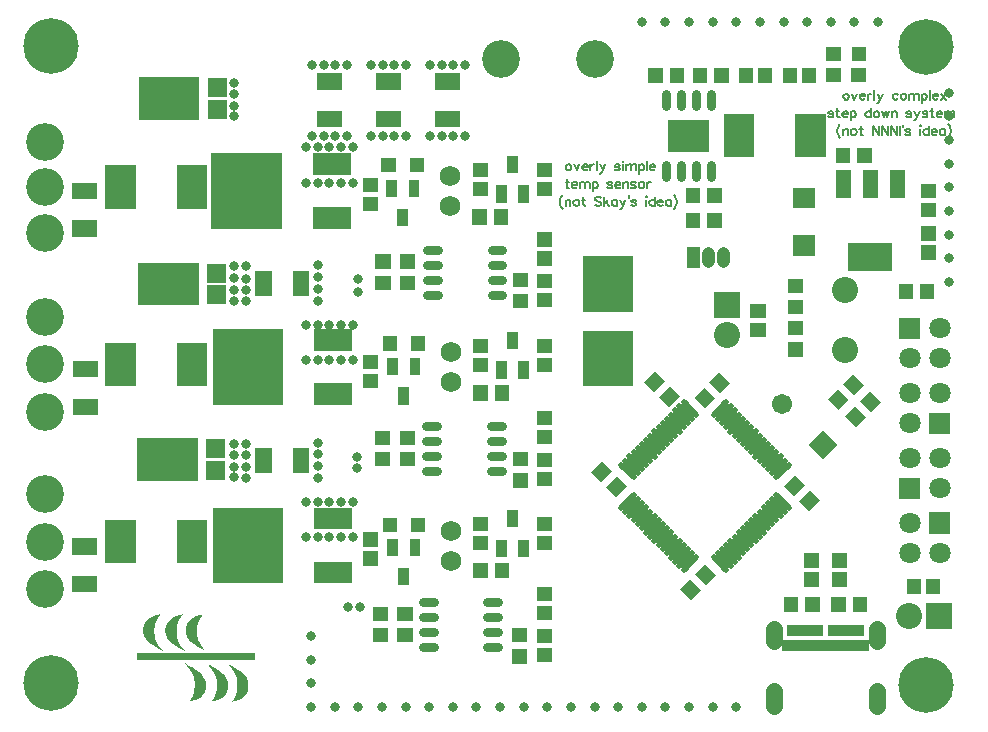
<source format=gts>
G04 Layer: TopSolderMaskLayer*
G04 EasyEDA v6.3.39, 2020-04-30T23:39:24+05:30*
G04 1361d28c2fbe473eb46aea13557a18e3,781d2bfaae87481f995808756cab4c07,10*
G04 Gerber Generator version 0.2*
G04 Scale: 100 percent, Rotated: No, Reflected: No *
G04 Dimensions in inches *
G04 leading zeros omitted , absolute positions ,2 integer and 4 decimal *
%FSLAX24Y24*%
%MOIN*%
G90*
G70D02*

%ADD53C,0.006000*%
%ADD54C,0.043433*%
%ADD55C,0.055244*%
%ADD56C,0.031622*%
%ADD57C,0.019024*%
%ADD58C,0.032000*%
%ADD59C,0.185165*%
%ADD60C,0.126110*%
%ADD67C,0.070992*%
%ADD69C,0.086740*%
%ADD72R,0.051307X0.047370*%
%ADD82C,0.068000*%
%ADD86C,0.067055*%

%LPD*%

%LPD*%
G36*
G01X5547Y3516D02*
G01X5559Y3532D01*
G01X5555Y3531D01*
G01X5549Y3530D01*
G01X5539Y3528D01*
G01X5528Y3526D01*
G01X5499Y3521D01*
G01X5443Y3507D01*
G01X5416Y3500D01*
G01X5389Y3491D01*
G01X5363Y3482D01*
G01X5337Y3472D01*
G01X5312Y3461D01*
G01X5288Y3450D01*
G01X5264Y3438D01*
G01X5241Y3425D01*
G01X5219Y3412D01*
G01X5197Y3398D01*
G01X5177Y3384D01*
G01X5157Y3369D01*
G01X5139Y3354D01*
G01X5121Y3338D01*
G01X5104Y3322D01*
G01X5074Y3288D01*
G01X5061Y3270D01*
G01X5049Y3252D01*
G01X5038Y3234D01*
G01X5028Y3216D01*
G01X5010Y3172D01*
G01X5003Y3149D01*
G01X4997Y3125D01*
G01X4991Y3100D01*
G01X4987Y3075D01*
G01X4984Y3049D01*
G01X4983Y3024D01*
G01X4982Y2998D01*
G01X4983Y2973D01*
G01X4985Y2947D01*
G01X4988Y2922D01*
G01X4991Y2902D01*
G01X4995Y2883D01*
G01X5005Y2845D01*
G01X5011Y2827D01*
G01X5018Y2808D01*
G01X5026Y2791D01*
G01X5034Y2773D01*
G01X5043Y2756D01*
G01X5053Y2739D01*
G01X5075Y2705D01*
G01X5101Y2673D01*
G01X5115Y2657D01*
G01X5130Y2641D01*
G01X5146Y2625D01*
G01X5163Y2609D01*
G01X5181Y2593D01*
G01X5200Y2577D01*
G01X5220Y2562D01*
G01X5241Y2546D01*
G01X5263Y2530D01*
G01X5286Y2515D01*
G01X5310Y2499D01*
G01X5335Y2483D01*
G01X5389Y2451D01*
G01X5418Y2435D01*
G01X5448Y2419D01*
G01X5479Y2403D01*
G01X5511Y2386D01*
G01X5646Y2317D01*
G01X5589Y2378D01*
G01X5572Y2397D01*
G01X5556Y2416D01*
G01X5540Y2434D01*
G01X5510Y2472D01*
G01X5484Y2510D01*
G01X5460Y2548D01*
G01X5449Y2567D01*
G01X5429Y2607D01*
G01X5420Y2627D01*
G01X5404Y2667D01*
G01X5390Y2709D01*
G01X5385Y2730D01*
G01X5379Y2752D01*
G01X5375Y2774D01*
G01X5370Y2797D01*
G01X5367Y2819D01*
G01X5361Y2867D01*
G01X5359Y2891D01*
G01X5358Y2915D01*
G01X5357Y2941D01*
G01X5357Y3017D01*
G01X5359Y3041D01*
G01X5360Y3065D01*
G01X5363Y3089D01*
G01X5369Y3135D01*
G01X5373Y3157D01*
G01X5383Y3201D01*
G01X5388Y3222D01*
G01X5395Y3243D01*
G01X5401Y3264D01*
G01X5409Y3285D01*
G01X5425Y3325D01*
G01X5435Y3344D01*
G01X5444Y3363D01*
G01X5477Y3420D01*
G01X5490Y3438D01*
G01X5503Y3457D01*
G01X5516Y3475D01*
G01X5533Y3497D01*
G01X5547Y3516D01*
G37*

%LPD*%
G36*
G01X4804Y3528D02*
G01X4796Y3530D01*
G01X4780Y3528D01*
G01X4756Y3524D01*
G01X4724Y3517D01*
G01X4698Y3511D01*
G01X4673Y3504D01*
G01X4649Y3497D01*
G01X4625Y3489D01*
G01X4602Y3481D01*
G01X4558Y3463D01*
G01X4537Y3453D01*
G01X4516Y3442D01*
G01X4496Y3431D01*
G01X4458Y3407D01*
G01X4440Y3394D01*
G01X4406Y3366D01*
G01X4390Y3352D01*
G01X4375Y3337D01*
G01X4360Y3321D01*
G01X4346Y3305D01*
G01X4333Y3288D01*
G01X4316Y3265D01*
G01X4301Y3243D01*
G01X4288Y3221D01*
G01X4278Y3198D01*
G01X4269Y3176D01*
G01X4261Y3153D01*
G01X4255Y3129D01*
G01X4251Y3103D01*
G01X4248Y3075D01*
G01X4247Y3046D01*
G01X4247Y2979D01*
G01X4249Y2945D01*
G01X4251Y2917D01*
G01X4254Y2893D01*
G01X4257Y2872D01*
G01X4262Y2852D01*
G01X4269Y2833D01*
G01X4277Y2813D01*
G01X4287Y2789D01*
G01X4303Y2759D01*
G01X4312Y2744D01*
G01X4321Y2730D01*
G01X4331Y2715D01*
G01X4342Y2701D01*
G01X4353Y2686D01*
G01X4377Y2658D01*
G01X4405Y2630D01*
G01X4435Y2602D01*
G01X4452Y2588D01*
G01X4469Y2575D01*
G01X4487Y2561D01*
G01X4506Y2547D01*
G01X4526Y2533D01*
G01X4568Y2505D01*
G01X4591Y2491D01*
G01X4614Y2476D01*
G01X4638Y2462D01*
G01X4664Y2448D01*
G01X4690Y2433D01*
G01X4717Y2418D01*
G01X4745Y2403D01*
G01X4775Y2388D01*
G01X4915Y2317D01*
G01X4835Y2403D01*
G01X4816Y2423D01*
G01X4799Y2443D01*
G01X4782Y2464D01*
G01X4766Y2485D01*
G01X4751Y2506D01*
G01X4737Y2527D01*
G01X4724Y2548D01*
G01X4711Y2570D01*
G01X4700Y2592D01*
G01X4689Y2615D01*
G01X4679Y2637D01*
G01X4669Y2661D01*
G01X4661Y2684D01*
G01X4653Y2708D01*
G01X4646Y2732D01*
G01X4634Y2782D01*
G01X4622Y2860D01*
G01X4620Y2887D01*
G01X4618Y2915D01*
G01X4617Y2943D01*
G01X4617Y3002D01*
G01X4618Y3032D01*
G01X4620Y3061D01*
G01X4626Y3117D01*
G01X4630Y3144D01*
G01X4635Y3171D01*
G01X4641Y3197D01*
G01X4647Y3222D01*
G01X4663Y3272D01*
G01X4672Y3296D01*
G01X4682Y3319D01*
G01X4692Y3343D01*
G01X4704Y3365D01*
G01X4716Y3388D01*
G01X4729Y3410D01*
G01X4743Y3432D01*
G01X4758Y3453D01*
G01X4774Y3475D01*
G01X4790Y3496D01*
G01X4801Y3511D01*
G01X4806Y3522D01*
G01X4804Y3528D01*
G37*

%LPD*%
G36*
G01X6218Y3521D02*
G01X6194Y3521D01*
G01X6175Y3518D01*
G01X6153Y3514D01*
G01X6127Y3508D01*
G01X6097Y3500D01*
G01X6051Y3486D01*
G01X6029Y3478D01*
G01X6006Y3469D01*
G01X5984Y3460D01*
G01X5963Y3450D01*
G01X5942Y3439D01*
G01X5922Y3428D01*
G01X5902Y3416D01*
G01X5864Y3390D01*
G01X5846Y3377D01*
G01X5829Y3363D01*
G01X5813Y3349D01*
G01X5797Y3334D01*
G01X5782Y3319D01*
G01X5768Y3304D01*
G01X5755Y3288D01*
G01X5743Y3272D01*
G01X5732Y3256D01*
G01X5720Y3236D01*
G01X5710Y3215D01*
G01X5700Y3193D01*
G01X5691Y3170D01*
G01X5684Y3146D01*
G01X5678Y3122D01*
G01X5672Y3097D01*
G01X5668Y3072D01*
G01X5664Y3020D01*
G01X5664Y2968D01*
G01X5670Y2916D01*
G01X5674Y2890D01*
G01X5680Y2865D01*
G01X5698Y2808D01*
G01X5706Y2790D01*
G01X5714Y2773D01*
G01X5723Y2755D01*
G01X5733Y2738D01*
G01X5744Y2721D01*
G01X5756Y2704D01*
G01X5769Y2687D01*
G01X5782Y2671D01*
G01X5797Y2655D01*
G01X5813Y2638D01*
G01X5830Y2622D01*
G01X5848Y2606D01*
G01X5867Y2590D01*
G01X5887Y2573D01*
G01X5909Y2557D01*
G01X5931Y2540D01*
G01X5955Y2524D01*
G01X6007Y2490D01*
G01X6035Y2473D01*
G01X6065Y2455D01*
G01X6096Y2438D01*
G01X6128Y2420D01*
G01X6162Y2401D01*
G01X6197Y2382D01*
G01X6343Y2305D01*
G01X6265Y2389D01*
G01X6247Y2409D01*
G01X6230Y2428D01*
G01X6198Y2468D01*
G01X6183Y2487D01*
G01X6169Y2507D01*
G01X6156Y2527D01*
G01X6144Y2548D01*
G01X6132Y2568D01*
G01X6121Y2589D01*
G01X6101Y2631D01*
G01X6092Y2653D01*
G01X6084Y2674D01*
G01X6076Y2696D01*
G01X6069Y2719D01*
G01X6063Y2741D01*
G01X6057Y2764D01*
G01X6053Y2788D01*
G01X6048Y2811D01*
G01X6045Y2835D01*
G01X6039Y2885D01*
G01X6038Y2910D01*
G01X6036Y2940D01*
G01X6036Y2998D01*
G01X6037Y3026D01*
G01X6039Y3054D01*
G01X6045Y3108D01*
G01X6049Y3135D01*
G01X6054Y3161D01*
G01X6060Y3186D01*
G01X6067Y3211D01*
G01X6083Y3261D01*
G01X6092Y3285D01*
G01X6102Y3308D01*
G01X6113Y3332D01*
G01X6124Y3355D01*
G01X6137Y3378D01*
G01X6150Y3400D01*
G01X6164Y3422D01*
G01X6186Y3455D01*
G01X6205Y3483D01*
G01X6218Y3504D01*
G01X6223Y3514D01*
G01X6223Y3518D01*
G01X6218Y3521D01*
G37*

%LPD*%
G36*
G01X5837Y2240D02*
G01X4595Y2240D01*
G01X4569Y2239D01*
G01X4383Y2239D01*
G01X4363Y2238D01*
G01X4275Y2238D01*
G01X4260Y2237D01*
G01X4217Y2237D01*
G01X4204Y2236D01*
G01X4168Y2236D01*
G01X4158Y2235D01*
G01X4129Y2235D01*
G01X4121Y2234D01*
G01X4105Y2234D01*
G01X4099Y2233D01*
G01X4086Y2233D01*
G01X4081Y2232D01*
G01X4071Y2232D01*
G01X4067Y2231D01*
G01X4060Y2231D01*
G01X4057Y2230D01*
G01X4055Y2230D01*
G01X4053Y2229D01*
G01X4050Y2229D01*
G01X4049Y2228D01*
G01X4048Y2228D01*
G01X4048Y2227D01*
G01X4046Y2213D01*
G01X4045Y2186D01*
G01X4045Y2106D01*
G01X4049Y2001D01*
G01X7974Y2001D01*
G01X7974Y2236D01*
G01X6014Y2239D01*
G01X5895Y2239D01*
G01X5837Y2240D01*
G37*

%LPD*%
G36*
G01X5749Y1830D02*
G01X5627Y1893D01*
G01X5704Y1812D01*
G01X5726Y1789D01*
G01X5766Y1743D01*
G01X5802Y1697D01*
G01X5818Y1674D01*
G01X5833Y1651D01*
G01X5848Y1627D01*
G01X5862Y1604D01*
G01X5875Y1580D01*
G01X5887Y1556D01*
G01X5899Y1531D01*
G01X5908Y1510D01*
G01X5916Y1491D01*
G01X5923Y1471D01*
G01X5930Y1453D01*
G01X5936Y1434D01*
G01X5941Y1416D01*
G01X5949Y1378D01*
G01X5952Y1358D01*
G01X5954Y1337D01*
G01X5956Y1315D01*
G01X5958Y1292D01*
G01X5959Y1267D01*
G01X5960Y1241D01*
G01X5960Y1181D01*
G01X5959Y1148D01*
G01X5958Y1117D01*
G01X5956Y1087D01*
G01X5954Y1058D01*
G01X5951Y1029D01*
G01X5947Y1002D01*
G01X5943Y976D01*
G01X5938Y950D01*
G01X5932Y925D01*
G01X5925Y901D01*
G01X5918Y878D01*
G01X5910Y854D01*
G01X5901Y832D01*
G01X5891Y810D01*
G01X5869Y766D01*
G01X5856Y744D01*
G01X5843Y723D01*
G01X5829Y701D01*
G01X5813Y680D01*
G01X5775Y628D01*
G01X5851Y642D01*
G01X5878Y648D01*
G01X5928Y660D01*
G01X5953Y668D01*
G01X5976Y675D01*
G01X5999Y683D01*
G01X6021Y692D01*
G01X6042Y702D01*
G01X6063Y711D01*
G01X6083Y722D01*
G01X6102Y733D01*
G01X6120Y744D01*
G01X6138Y756D01*
G01X6155Y768D01*
G01X6171Y781D01*
G01X6201Y809D01*
G01X6215Y824D01*
G01X6241Y854D01*
G01X6252Y870D01*
G01X6274Y904D01*
G01X6292Y940D01*
G01X6300Y959D01*
G01X6307Y978D01*
G01X6319Y1018D01*
G01X6324Y1039D01*
G01X6328Y1060D01*
G01X6332Y1082D01*
G01X6334Y1104D01*
G01X6336Y1127D01*
G01X6337Y1151D01*
G01X6338Y1174D01*
G01X6337Y1193D01*
G01X6337Y1212D01*
G01X6335Y1230D01*
G01X6333Y1249D01*
G01X6330Y1266D01*
G01X6327Y1284D01*
G01X6322Y1302D01*
G01X6318Y1319D01*
G01X6306Y1353D01*
G01X6299Y1370D01*
G01X6291Y1386D01*
G01X6283Y1403D01*
G01X6274Y1419D01*
G01X6254Y1451D01*
G01X6230Y1483D01*
G01X6218Y1498D01*
G01X6204Y1514D01*
G01X6189Y1530D01*
G01X6158Y1561D01*
G01X6141Y1576D01*
G01X6123Y1592D01*
G01X6105Y1607D01*
G01X6085Y1623D01*
G01X6065Y1638D01*
G01X6044Y1654D01*
G01X6022Y1669D01*
G01X5999Y1685D01*
G01X5975Y1701D01*
G01X5950Y1716D01*
G01X5924Y1732D01*
G01X5870Y1764D01*
G01X5841Y1780D01*
G01X5811Y1797D01*
G01X5781Y1813D01*
G01X5749Y1830D01*
G37*

%LPD*%
G36*
G01X6417Y1863D02*
G01X6355Y1897D01*
G01X6444Y1808D01*
G01X6461Y1789D01*
G01X6478Y1771D01*
G01X6495Y1752D01*
G01X6525Y1714D01*
G01X6540Y1694D01*
G01X6554Y1675D01*
G01X6580Y1635D01*
G01X6592Y1615D01*
G01X6614Y1575D01*
G01X6624Y1555D01*
G01X6634Y1534D01*
G01X6643Y1513D01*
G01X6651Y1493D01*
G01X6659Y1472D01*
G01X6666Y1450D01*
G01X6673Y1429D01*
G01X6679Y1408D01*
G01X6689Y1364D01*
G01X6693Y1342D01*
G01X6697Y1317D01*
G01X6700Y1293D01*
G01X6703Y1267D01*
G01X6705Y1242D01*
G01X6706Y1217D01*
G01X6706Y1166D01*
G01X6705Y1140D01*
G01X6703Y1115D01*
G01X6701Y1089D01*
G01X6698Y1064D01*
G01X6695Y1038D01*
G01X6691Y1013D01*
G01X6686Y988D01*
G01X6680Y964D01*
G01X6674Y939D01*
G01X6668Y915D01*
G01X6660Y891D01*
G01X6653Y868D01*
G01X6635Y822D01*
G01X6626Y800D01*
G01X6616Y778D01*
G01X6605Y757D01*
G01X6594Y737D01*
G01X6582Y717D01*
G01X6570Y698D01*
G01X6557Y679D01*
G01X6517Y624D01*
G01X6560Y631D01*
G01X6590Y636D01*
G01X6648Y650D01*
G01X6676Y658D01*
G01X6704Y667D01*
G01X6731Y676D01*
G01X6757Y687D01*
G01X6782Y698D01*
G01X6806Y710D01*
G01X6829Y723D01*
G01X6851Y736D01*
G01X6873Y750D01*
G01X6893Y764D01*
G01X6912Y780D01*
G01X6929Y795D01*
G01X6946Y812D01*
G01X6962Y830D01*
G01X6978Y849D01*
G01X6992Y869D01*
G01X7005Y889D01*
G01X7017Y909D01*
G01X7028Y930D01*
G01X7038Y952D01*
G01X7046Y975D01*
G01X7054Y999D01*
G01X7060Y1024D01*
G01X7066Y1050D01*
G01X7071Y1078D01*
G01X7074Y1099D01*
G01X7076Y1119D01*
G01X7077Y1140D01*
G01X7078Y1160D01*
G01X7078Y1180D01*
G01X7076Y1220D01*
G01X7074Y1239D01*
G01X7071Y1258D01*
G01X7067Y1277D01*
G01X7062Y1296D01*
G01X7057Y1314D01*
G01X7051Y1332D01*
G01X7044Y1351D01*
G01X7037Y1369D01*
G01X7028Y1386D01*
G01X7019Y1404D01*
G01X7009Y1421D01*
G01X6998Y1439D01*
G01X6987Y1456D01*
G01X6961Y1490D01*
G01X6947Y1506D01*
G01X6932Y1523D01*
G01X6916Y1540D01*
G01X6900Y1556D01*
G01X6883Y1572D01*
G01X6826Y1620D01*
G01X6805Y1636D01*
G01X6761Y1668D01*
G01X6738Y1683D01*
G01X6713Y1699D01*
G01X6688Y1714D01*
G01X6663Y1730D01*
G01X6636Y1745D01*
G01X6608Y1761D01*
G01X6580Y1776D01*
G01X6558Y1787D01*
G01X6535Y1800D01*
G01X6513Y1812D01*
G01X6490Y1824D01*
G01X6468Y1835D01*
G01X6449Y1846D01*
G01X6431Y1855D01*
G01X6417Y1863D01*
G37*

%LPD*%
G36*
G01X7198Y1811D02*
G01X7052Y1887D01*
G01X7127Y1808D01*
G01X7146Y1786D01*
G01X7165Y1765D01*
G01X7182Y1745D01*
G01X7199Y1724D01*
G01X7215Y1703D01*
G01X7231Y1683D01*
G01X7245Y1662D01*
G01X7259Y1642D01*
G01X7272Y1621D01*
G01X7284Y1600D01*
G01X7295Y1580D01*
G01X7306Y1559D01*
G01X7316Y1538D01*
G01X7325Y1517D01*
G01X7333Y1495D01*
G01X7341Y1474D01*
G01X7355Y1430D01*
G01X7360Y1407D01*
G01X7365Y1385D01*
G01X7370Y1362D01*
G01X7374Y1338D01*
G01X7377Y1314D01*
G01X7379Y1290D01*
G01X7383Y1240D01*
G01X7384Y1214D01*
G01X7384Y1187D01*
G01X7383Y1160D01*
G01X7383Y1134D01*
G01X7381Y1108D01*
G01X7377Y1058D01*
G01X7374Y1033D01*
G01X7371Y1010D01*
G01X7367Y986D01*
G01X7362Y963D01*
G01X7357Y941D01*
G01X7345Y897D01*
G01X7338Y875D01*
G01X7322Y833D01*
G01X7304Y791D01*
G01X7294Y771D01*
G01X7283Y750D01*
G01X7259Y710D01*
G01X7246Y689D01*
G01X7233Y669D01*
G01X7219Y649D01*
G01X7199Y622D01*
G01X7238Y630D01*
G01X7272Y637D01*
G01X7304Y645D01*
G01X7335Y652D01*
G01X7364Y660D01*
G01X7391Y669D01*
G01X7417Y678D01*
G01X7442Y687D01*
G01X7465Y697D01*
G01X7488Y708D01*
G01X7509Y719D01*
G01X7529Y731D01*
G01X7548Y743D01*
G01X7566Y756D01*
G01X7583Y769D01*
G01X7600Y784D01*
G01X7616Y799D01*
G01X7646Y831D01*
G01X7659Y847D01*
G01X7683Y881D01*
G01X7694Y898D01*
G01X7712Y934D01*
G01X7720Y952D01*
G01X7727Y971D01*
G01X7739Y1011D01*
G01X7743Y1032D01*
G01X7747Y1054D01*
G01X7750Y1076D01*
G01X7754Y1122D01*
G01X7754Y1172D01*
G01X7753Y1199D01*
G01X7752Y1229D01*
G01X7750Y1255D01*
G01X7747Y1278D01*
G01X7743Y1298D01*
G01X7738Y1318D01*
G01X7732Y1336D01*
G01X7724Y1356D01*
G01X7714Y1378D01*
G01X7698Y1410D01*
G01X7689Y1425D01*
G01X7679Y1441D01*
G01X7668Y1456D01*
G01X7656Y1472D01*
G01X7644Y1487D01*
G01X7631Y1503D01*
G01X7618Y1518D01*
G01X7572Y1564D01*
G01X7555Y1579D01*
G01X7537Y1594D01*
G01X7499Y1624D01*
G01X7479Y1640D01*
G01X7458Y1655D01*
G01X7436Y1670D01*
G01X7413Y1686D01*
G01X7365Y1716D01*
G01X7339Y1732D01*
G01X7313Y1747D01*
G01X7286Y1763D01*
G01X7228Y1795D01*
G01X7198Y1811D01*
G37*

%LPD*%
G54D54*
G01X23578Y15570D02*
G01X23578Y15294D01*
G01X23078Y15570D02*
G01X23078Y15294D01*
G54D55*
G01X28688Y3027D02*
G01X28688Y2634D01*
G01X25286Y3027D02*
G01X25286Y2634D01*
G01X25286Y976D02*
G01X25286Y464D01*
G01X28688Y976D02*
G01X28688Y464D01*
G54D56*
G01X14062Y15671D02*
G01X13700Y15671D01*
G01X14062Y15171D02*
G01X13700Y15171D01*
G01X14062Y14671D02*
G01X13700Y14671D01*
G01X14062Y14171D02*
G01X13700Y14171D01*
G01X16219Y15671D02*
G01X15857Y15671D01*
G01X16219Y15171D02*
G01X15857Y15171D01*
G01X16219Y14671D02*
G01X15857Y14671D01*
G01X16219Y14171D02*
G01X15857Y14171D01*
G01X14042Y9805D02*
G01X13680Y9805D01*
G01X14042Y9305D02*
G01X13680Y9305D01*
G01X14042Y8805D02*
G01X13680Y8805D01*
G01X14042Y8305D02*
G01X13680Y8305D01*
G01X16200Y9805D02*
G01X15837Y9805D01*
G01X16200Y9305D02*
G01X15837Y9305D01*
G01X16200Y8805D02*
G01X15837Y8805D01*
G01X16200Y8305D02*
G01X15837Y8305D01*
G01X13924Y3938D02*
G01X13562Y3938D01*
G01X13924Y3438D02*
G01X13562Y3438D01*
G01X13924Y2938D02*
G01X13562Y2938D01*
G01X13924Y2438D02*
G01X13562Y2438D01*
G01X16081Y3938D02*
G01X15719Y3938D01*
G01X16081Y3438D02*
G01X15719Y3438D01*
G01X16081Y2938D02*
G01X15719Y2938D01*
G01X16081Y2438D02*
G01X15719Y2438D01*
G01X23170Y18110D02*
G01X23170Y18503D01*
G01X23170Y20472D02*
G01X23170Y20866D01*
G01X22670Y18110D02*
G01X22670Y18503D01*
G01X22170Y18110D02*
G01X22170Y18503D01*
G01X21670Y18110D02*
G01X21670Y18503D01*
G01X22670Y20472D02*
G01X22670Y20866D01*
G01X22170Y20472D02*
G01X22170Y20866D01*
G01X21670Y20472D02*
G01X21670Y20866D01*
G54D57*
G01X25772Y7089D02*
G01X25349Y7512D01*
G01X25633Y6949D02*
G01X25209Y7373D01*
G01X25493Y6810D02*
G01X25070Y7233D01*
G01X25354Y6671D02*
G01X24931Y7094D01*
G01X25215Y6532D02*
G01X24792Y6955D01*
G01X25076Y6393D02*
G01X24653Y6816D01*
G01X24937Y6253D02*
G01X24514Y6677D01*
G01X24797Y6114D02*
G01X24374Y6537D01*
G01X24658Y5975D02*
G01X24235Y6398D01*
G01X24519Y5836D02*
G01X24096Y6259D01*
G01X24380Y5697D02*
G01X23957Y6120D01*
G01X24241Y5557D02*
G01X23818Y5981D01*
G01X24101Y5418D02*
G01X23678Y5841D01*
G01X23962Y5279D02*
G01X23539Y5702D01*
G01X23823Y5140D02*
G01X23400Y5563D01*
G01X23684Y5001D02*
G01X23261Y5424D01*
G01X22682Y5424D02*
G01X22259Y5001D01*
G01X22543Y5563D02*
G01X22119Y5140D01*
G01X22403Y5702D02*
G01X21980Y5279D01*
G01X22264Y5841D02*
G01X21841Y5418D01*
G01X22125Y5981D02*
G01X21702Y5557D01*
G01X21986Y6120D02*
G01X21563Y5697D01*
G01X21847Y6259D02*
G01X21424Y5836D01*
G01X21707Y6398D02*
G01X21284Y5975D01*
G01X21568Y6537D02*
G01X21145Y6114D01*
G01X21429Y6677D02*
G01X21006Y6253D01*
G01X21290Y6816D02*
G01X20867Y6393D01*
G01X21151Y6955D02*
G01X20727Y6532D01*
G01X21011Y7094D02*
G01X20588Y6671D01*
G01X20872Y7233D02*
G01X20449Y6810D01*
G01X20733Y7373D02*
G01X20310Y6949D01*
G01X20594Y7512D02*
G01X20171Y7089D01*
G01X20594Y8091D02*
G01X20171Y8514D01*
G01X20733Y8230D02*
G01X20310Y8653D01*
G01X20872Y8369D02*
G01X20449Y8792D01*
G01X21011Y8508D02*
G01X20588Y8931D01*
G01X21151Y8648D02*
G01X20727Y9071D01*
G01X21290Y8787D02*
G01X20867Y9210D01*
G01X21429Y8926D02*
G01X21006Y9349D01*
G01X21568Y9065D02*
G01X21145Y9488D01*
G01X21707Y9204D02*
G01X21284Y9627D01*
G01X21847Y9344D02*
G01X21424Y9767D01*
G01X21986Y9483D02*
G01X21563Y9906D01*
G01X22125Y9622D02*
G01X21702Y10045D01*
G01X22264Y9761D02*
G01X21841Y10184D01*
G01X22403Y9900D02*
G01X21980Y10323D01*
G01X22543Y10039D02*
G01X22119Y10463D01*
G01X22682Y10179D02*
G01X22259Y10602D01*
G01X23684Y10602D02*
G01X23261Y10179D01*
G01X23823Y10463D02*
G01X23400Y10039D01*
G01X23962Y10323D02*
G01X23539Y9900D01*
G01X24101Y10184D02*
G01X23678Y9761D01*
G01X24241Y10045D02*
G01X23818Y9622D01*
G01X24380Y9906D02*
G01X23957Y9483D01*
G01X24519Y9767D02*
G01X24096Y9344D01*
G01X24658Y9627D02*
G01X24235Y9204D01*
G01X24797Y9488D02*
G01X24374Y9065D01*
G01X24937Y9349D02*
G01X24514Y8926D01*
G01X25076Y9210D02*
G01X24653Y8787D01*
G01X25215Y9071D02*
G01X24792Y8648D01*
G01X25354Y8931D02*
G01X24931Y8508D01*
G01X25493Y8792D02*
G01X25070Y8369D01*
G01X25633Y8653D02*
G01X25209Y8230D01*
G01X25772Y8514D02*
G01X25349Y8091D01*
G54D53*
G01X18231Y17506D02*
G01X18202Y17477D01*
G01X18173Y17434D01*
G01X18144Y17375D01*
G01X18129Y17303D01*
G01X18129Y17245D01*
G01X18144Y17172D01*
G01X18173Y17114D01*
G01X18202Y17070D01*
G01X18231Y17041D01*
G01X18327Y17346D02*
G01X18327Y17143D01*
G01X18327Y17288D02*
G01X18370Y17332D01*
G01X18400Y17346D01*
G01X18443Y17346D01*
G01X18472Y17332D01*
G01X18487Y17288D01*
G01X18487Y17143D01*
G01X18656Y17346D02*
G01X18626Y17332D01*
G01X18597Y17303D01*
G01X18583Y17259D01*
G01X18583Y17230D01*
G01X18597Y17186D01*
G01X18626Y17157D01*
G01X18656Y17143D01*
G01X18699Y17143D01*
G01X18728Y17157D01*
G01X18757Y17186D01*
G01X18772Y17230D01*
G01X18772Y17259D01*
G01X18757Y17303D01*
G01X18728Y17332D01*
G01X18699Y17346D01*
G01X18656Y17346D01*
G01X18912Y17448D02*
G01X18912Y17201D01*
G01X18926Y17157D01*
G01X18955Y17143D01*
G01X18984Y17143D01*
G01X18868Y17346D02*
G01X18970Y17346D01*
G01X19508Y17405D02*
G01X19479Y17434D01*
G01X19435Y17448D01*
G01X19377Y17448D01*
G01X19333Y17434D01*
G01X19304Y17405D01*
G01X19304Y17375D01*
G01X19319Y17346D01*
G01X19333Y17332D01*
G01X19362Y17317D01*
G01X19450Y17288D01*
G01X19479Y17274D01*
G01X19493Y17259D01*
G01X19508Y17230D01*
G01X19508Y17186D01*
G01X19479Y17157D01*
G01X19435Y17143D01*
G01X19377Y17143D01*
G01X19333Y17157D01*
G01X19304Y17186D01*
G01X19604Y17448D02*
G01X19604Y17143D01*
G01X19749Y17346D02*
G01X19604Y17201D01*
G01X19662Y17259D02*
G01X19764Y17143D01*
G01X20034Y17346D02*
G01X20034Y17143D01*
G01X20034Y17303D02*
G01X20005Y17332D01*
G01X19976Y17346D01*
G01X19933Y17346D01*
G01X19904Y17332D01*
G01X19874Y17303D01*
G01X19860Y17259D01*
G01X19860Y17230D01*
G01X19874Y17186D01*
G01X19904Y17157D01*
G01X19933Y17143D01*
G01X19976Y17143D01*
G01X20005Y17157D01*
G01X20034Y17186D01*
G01X20145Y17346D02*
G01X20232Y17143D01*
G01X20320Y17346D02*
G01X20232Y17143D01*
G01X20203Y17085D01*
G01X20174Y17055D01*
G01X20145Y17041D01*
G01X20130Y17041D01*
G01X20445Y17492D02*
G01X20445Y17405D01*
G01X20672Y17303D02*
G01X20657Y17332D01*
G01X20613Y17346D01*
G01X20570Y17346D01*
G01X20526Y17332D01*
G01X20512Y17303D01*
G01X20526Y17274D01*
G01X20555Y17259D01*
G01X20628Y17245D01*
G01X20657Y17230D01*
G01X20672Y17201D01*
G01X20672Y17186D01*
G01X20657Y17157D01*
G01X20613Y17143D01*
G01X20570Y17143D01*
G01X20526Y17157D01*
G01X20512Y17186D01*
G01X20992Y17448D02*
G01X21006Y17434D01*
G01X21021Y17448D01*
G01X21006Y17463D01*
G01X20992Y17448D01*
G01X21006Y17346D02*
G01X21006Y17143D01*
G01X21291Y17448D02*
G01X21291Y17143D01*
G01X21291Y17303D02*
G01X21262Y17332D01*
G01X21233Y17346D01*
G01X21189Y17346D01*
G01X21160Y17332D01*
G01X21131Y17303D01*
G01X21117Y17259D01*
G01X21117Y17230D01*
G01X21131Y17186D01*
G01X21160Y17157D01*
G01X21189Y17143D01*
G01X21233Y17143D01*
G01X21262Y17157D01*
G01X21291Y17186D01*
G01X21387Y17259D02*
G01X21562Y17259D01*
G01X21562Y17288D01*
G01X21547Y17317D01*
G01X21533Y17332D01*
G01X21504Y17346D01*
G01X21460Y17346D01*
G01X21431Y17332D01*
G01X21402Y17303D01*
G01X21387Y17259D01*
G01X21387Y17230D01*
G01X21402Y17186D01*
G01X21431Y17157D01*
G01X21460Y17143D01*
G01X21504Y17143D01*
G01X21533Y17157D01*
G01X21562Y17186D01*
G01X21832Y17346D02*
G01X21832Y17143D01*
G01X21832Y17303D02*
G01X21803Y17332D01*
G01X21774Y17346D01*
G01X21730Y17346D01*
G01X21701Y17332D01*
G01X21672Y17303D01*
G01X21658Y17259D01*
G01X21658Y17230D01*
G01X21672Y17186D01*
G01X21701Y17157D01*
G01X21730Y17143D01*
G01X21774Y17143D01*
G01X21803Y17157D01*
G01X21832Y17186D01*
G01X21928Y17506D02*
G01X21957Y17477D01*
G01X21986Y17434D01*
G01X22016Y17375D01*
G01X22030Y17303D01*
G01X22030Y17245D01*
G01X22016Y17172D01*
G01X21986Y17114D01*
G01X21957Y17070D01*
G01X21928Y17041D01*
G01X18370Y18039D02*
G01X18370Y17792D01*
G01X18384Y17748D01*
G01X18413Y17734D01*
G01X18442Y17734D01*
G01X18326Y17938D02*
G01X18428Y17938D01*
G01X18538Y17850D02*
G01X18713Y17850D01*
G01X18713Y17879D01*
G01X18698Y17908D01*
G01X18684Y17923D01*
G01X18655Y17938D01*
G01X18611Y17938D01*
G01X18582Y17923D01*
G01X18553Y17894D01*
G01X18538Y17850D01*
G01X18538Y17821D01*
G01X18553Y17778D01*
G01X18582Y17748D01*
G01X18611Y17734D01*
G01X18655Y17734D01*
G01X18684Y17748D01*
G01X18713Y17778D01*
G01X18809Y17938D02*
G01X18809Y17734D01*
G01X18809Y17879D02*
G01X18852Y17923D01*
G01X18882Y17938D01*
G01X18925Y17938D01*
G01X18954Y17923D01*
G01X18969Y17879D01*
G01X18969Y17734D01*
G01X18969Y17879D02*
G01X19012Y17923D01*
G01X19042Y17938D01*
G01X19085Y17938D01*
G01X19114Y17923D01*
G01X19129Y17879D01*
G01X19129Y17734D01*
G01X19225Y17938D02*
G01X19225Y17632D01*
G01X19225Y17894D02*
G01X19254Y17923D01*
G01X19283Y17938D01*
G01X19327Y17938D01*
G01X19356Y17923D01*
G01X19385Y17894D01*
G01X19399Y17850D01*
G01X19399Y17821D01*
G01X19385Y17778D01*
G01X19356Y17748D01*
G01X19327Y17734D01*
G01X19283Y17734D01*
G01X19254Y17748D01*
G01X19225Y17778D01*
G01X19879Y17894D02*
G01X19865Y17923D01*
G01X19821Y17938D01*
G01X19778Y17938D01*
G01X19734Y17923D01*
G01X19719Y17894D01*
G01X19734Y17865D01*
G01X19763Y17850D01*
G01X19836Y17836D01*
G01X19865Y17821D01*
G01X19879Y17792D01*
G01X19879Y17778D01*
G01X19865Y17748D01*
G01X19821Y17734D01*
G01X19778Y17734D01*
G01X19734Y17748D01*
G01X19719Y17778D01*
G01X19975Y17850D02*
G01X20150Y17850D01*
G01X20150Y17879D01*
G01X20135Y17908D01*
G01X20121Y17923D01*
G01X20092Y17938D01*
G01X20048Y17938D01*
G01X20019Y17923D01*
G01X19990Y17894D01*
G01X19975Y17850D01*
G01X19975Y17821D01*
G01X19990Y17778D01*
G01X20019Y17748D01*
G01X20048Y17734D01*
G01X20092Y17734D01*
G01X20121Y17748D01*
G01X20150Y17778D01*
G01X20246Y17938D02*
G01X20246Y17734D01*
G01X20246Y17879D02*
G01X20290Y17923D01*
G01X20319Y17938D01*
G01X20362Y17938D01*
G01X20391Y17923D01*
G01X20406Y17879D01*
G01X20406Y17734D01*
G01X20662Y17894D02*
G01X20647Y17923D01*
G01X20604Y17938D01*
G01X20560Y17938D01*
G01X20516Y17923D01*
G01X20502Y17894D01*
G01X20516Y17865D01*
G01X20546Y17850D01*
G01X20618Y17836D01*
G01X20647Y17821D01*
G01X20662Y17792D01*
G01X20662Y17778D01*
G01X20647Y17748D01*
G01X20604Y17734D01*
G01X20560Y17734D01*
G01X20516Y17748D01*
G01X20502Y17778D01*
G01X20831Y17938D02*
G01X20802Y17923D01*
G01X20772Y17894D01*
G01X20758Y17850D01*
G01X20758Y17821D01*
G01X20772Y17778D01*
G01X20802Y17748D01*
G01X20831Y17734D01*
G01X20874Y17734D01*
G01X20903Y17748D01*
G01X20932Y17778D01*
G01X20947Y17821D01*
G01X20947Y17850D01*
G01X20932Y17894D01*
G01X20903Y17923D01*
G01X20874Y17938D01*
G01X20831Y17938D01*
G01X21043Y17938D02*
G01X21043Y17734D01*
G01X21043Y17850D02*
G01X21058Y17894D01*
G01X21087Y17923D01*
G01X21116Y17938D01*
G01X21159Y17938D01*
G01X18398Y18527D02*
G01X18369Y18513D01*
G01X18340Y18484D01*
G01X18325Y18440D01*
G01X18325Y18411D01*
G01X18340Y18367D01*
G01X18369Y18338D01*
G01X18398Y18324D01*
G01X18442Y18324D01*
G01X18471Y18338D01*
G01X18500Y18367D01*
G01X18514Y18411D01*
G01X18514Y18440D01*
G01X18500Y18484D01*
G01X18471Y18513D01*
G01X18442Y18527D01*
G01X18398Y18527D01*
G01X18610Y18527D02*
G01X18698Y18324D01*
G01X18785Y18527D02*
G01X18698Y18324D01*
G01X18881Y18440D02*
G01X19055Y18440D01*
G01X19055Y18469D01*
G01X19041Y18498D01*
G01X19026Y18513D01*
G01X18997Y18527D01*
G01X18954Y18527D01*
G01X18925Y18513D01*
G01X18895Y18484D01*
G01X18881Y18440D01*
G01X18881Y18411D01*
G01X18895Y18367D01*
G01X18925Y18338D01*
G01X18954Y18324D01*
G01X18997Y18324D01*
G01X19026Y18338D01*
G01X19055Y18367D01*
G01X19151Y18527D02*
G01X19151Y18324D01*
G01X19151Y18440D02*
G01X19166Y18484D01*
G01X19195Y18513D01*
G01X19224Y18527D01*
G01X19268Y18527D01*
G01X19364Y18629D02*
G01X19364Y18324D01*
G01X19474Y18527D02*
G01X19562Y18324D01*
G01X19649Y18527D02*
G01X19562Y18324D01*
G01X19533Y18266D01*
G01X19503Y18236D01*
G01X19474Y18222D01*
G01X19460Y18222D01*
G01X20129Y18484D02*
G01X20114Y18513D01*
G01X20071Y18527D01*
G01X20027Y18527D01*
G01X19983Y18513D01*
G01X19969Y18484D01*
G01X19983Y18455D01*
G01X20013Y18440D01*
G01X20085Y18426D01*
G01X20114Y18411D01*
G01X20129Y18382D01*
G01X20129Y18367D01*
G01X20114Y18338D01*
G01X20071Y18324D01*
G01X20027Y18324D01*
G01X19983Y18338D01*
G01X19969Y18367D01*
G01X20225Y18629D02*
G01X20239Y18615D01*
G01X20254Y18629D01*
G01X20239Y18644D01*
G01X20225Y18629D01*
G01X20239Y18527D02*
G01X20239Y18324D01*
G01X20350Y18527D02*
G01X20350Y18324D01*
G01X20350Y18469D02*
G01X20394Y18513D01*
G01X20423Y18527D01*
G01X20466Y18527D01*
G01X20495Y18513D01*
G01X20510Y18469D01*
G01X20510Y18324D01*
G01X20510Y18469D02*
G01X20554Y18513D01*
G01X20583Y18527D01*
G01X20626Y18527D01*
G01X20655Y18513D01*
G01X20670Y18469D01*
G01X20670Y18324D01*
G01X20766Y18527D02*
G01X20766Y18222D01*
G01X20766Y18484D02*
G01X20795Y18513D01*
G01X20824Y18527D01*
G01X20868Y18527D01*
G01X20897Y18513D01*
G01X20926Y18484D01*
G01X20941Y18440D01*
G01X20941Y18411D01*
G01X20926Y18367D01*
G01X20897Y18338D01*
G01X20868Y18324D01*
G01X20824Y18324D01*
G01X20795Y18338D01*
G01X20766Y18367D01*
G01X21037Y18629D02*
G01X21037Y18324D01*
G01X21133Y18440D02*
G01X21307Y18440D01*
G01X21307Y18469D01*
G01X21293Y18498D01*
G01X21278Y18513D01*
G01X21249Y18527D01*
G01X21205Y18527D01*
G01X21176Y18513D01*
G01X21147Y18484D01*
G01X21133Y18440D01*
G01X21133Y18411D01*
G01X21147Y18367D01*
G01X21176Y18338D01*
G01X21205Y18324D01*
G01X21249Y18324D01*
G01X21278Y18338D01*
G01X21307Y18367D01*
G01X27483Y19869D02*
G01X27454Y19840D01*
G01X27425Y19796D01*
G01X27396Y19738D01*
G01X27381Y19665D01*
G01X27381Y19607D01*
G01X27396Y19534D01*
G01X27425Y19476D01*
G01X27454Y19432D01*
G01X27483Y19403D01*
G01X27579Y19709D02*
G01X27579Y19505D01*
G01X27579Y19650D02*
G01X27623Y19694D01*
G01X27652Y19709D01*
G01X27695Y19709D01*
G01X27724Y19694D01*
G01X27739Y19650D01*
G01X27739Y19505D01*
G01X27908Y19709D02*
G01X27879Y19694D01*
G01X27849Y19665D01*
G01X27835Y19621D01*
G01X27835Y19592D01*
G01X27849Y19549D01*
G01X27879Y19520D01*
G01X27908Y19505D01*
G01X27951Y19505D01*
G01X27980Y19520D01*
G01X28009Y19549D01*
G01X28024Y19592D01*
G01X28024Y19621D01*
G01X28009Y19665D01*
G01X27980Y19694D01*
G01X27951Y19709D01*
G01X27908Y19709D01*
G01X28164Y19810D02*
G01X28164Y19563D01*
G01X28178Y19520D01*
G01X28207Y19505D01*
G01X28236Y19505D01*
G01X28120Y19709D02*
G01X28222Y19709D01*
G01X28556Y19810D02*
G01X28556Y19505D01*
G01X28556Y19810D02*
G01X28760Y19505D01*
G01X28760Y19810D02*
G01X28760Y19505D01*
G01X28856Y19810D02*
G01X28856Y19505D01*
G01X28856Y19810D02*
G01X29060Y19505D01*
G01X29060Y19810D02*
G01X29060Y19505D01*
G01X29156Y19810D02*
G01X29156Y19505D01*
G01X29156Y19810D02*
G01X29359Y19505D01*
G01X29359Y19810D02*
G01X29359Y19505D01*
G01X29455Y19810D02*
G01X29455Y19505D01*
G01X29580Y19854D02*
G01X29580Y19767D01*
G01X29807Y19665D02*
G01X29793Y19694D01*
G01X29749Y19709D01*
G01X29705Y19709D01*
G01X29662Y19694D01*
G01X29647Y19665D01*
G01X29662Y19636D01*
G01X29691Y19621D01*
G01X29764Y19607D01*
G01X29793Y19592D01*
G01X29807Y19563D01*
G01X29807Y19549D01*
G01X29793Y19520D01*
G01X29749Y19505D01*
G01X29705Y19505D01*
G01X29662Y19520D01*
G01X29647Y19549D01*
G01X30127Y19810D02*
G01X30142Y19796D01*
G01X30156Y19810D01*
G01X30142Y19825D01*
G01X30127Y19810D01*
G01X30142Y19709D02*
G01X30142Y19505D01*
G01X30427Y19810D02*
G01X30427Y19505D01*
G01X30427Y19665D02*
G01X30398Y19694D01*
G01X30369Y19709D01*
G01X30325Y19709D01*
G01X30296Y19694D01*
G01X30267Y19665D01*
G01X30252Y19621D01*
G01X30252Y19592D01*
G01X30267Y19549D01*
G01X30296Y19520D01*
G01X30325Y19505D01*
G01X30369Y19505D01*
G01X30398Y19520D01*
G01X30427Y19549D01*
G01X30523Y19621D02*
G01X30697Y19621D01*
G01X30697Y19650D01*
G01X30683Y19680D01*
G01X30668Y19694D01*
G01X30639Y19709D01*
G01X30596Y19709D01*
G01X30567Y19694D01*
G01X30537Y19665D01*
G01X30523Y19621D01*
G01X30523Y19592D01*
G01X30537Y19549D01*
G01X30567Y19520D01*
G01X30596Y19505D01*
G01X30639Y19505D01*
G01X30668Y19520D01*
G01X30697Y19549D01*
G01X30968Y19709D02*
G01X30968Y19505D01*
G01X30968Y19665D02*
G01X30939Y19694D01*
G01X30910Y19709D01*
G01X30866Y19709D01*
G01X30837Y19694D01*
G01X30808Y19665D01*
G01X30793Y19621D01*
G01X30793Y19592D01*
G01X30808Y19549D01*
G01X30837Y19520D01*
G01X30866Y19505D01*
G01X30910Y19505D01*
G01X30939Y19520D01*
G01X30968Y19549D01*
G01X31064Y19869D02*
G01X31093Y19840D01*
G01X31122Y19796D01*
G01X31151Y19738D01*
G01X31166Y19665D01*
G01X31166Y19607D01*
G01X31151Y19534D01*
G01X31122Y19476D01*
G01X31093Y19432D01*
G01X31064Y19403D01*
G01X27245Y20255D02*
G01X27231Y20285D01*
G01X27187Y20299D01*
G01X27144Y20299D01*
G01X27100Y20285D01*
G01X27085Y20255D01*
G01X27100Y20226D01*
G01X27129Y20212D01*
G01X27202Y20197D01*
G01X27231Y20183D01*
G01X27245Y20154D01*
G01X27245Y20139D01*
G01X27231Y20110D01*
G01X27187Y20095D01*
G01X27144Y20095D01*
G01X27100Y20110D01*
G01X27085Y20139D01*
G01X27385Y20401D02*
G01X27385Y20154D01*
G01X27400Y20110D01*
G01X27429Y20095D01*
G01X27458Y20095D01*
G01X27341Y20299D02*
G01X27443Y20299D01*
G01X27554Y20212D02*
G01X27728Y20212D01*
G01X27728Y20241D01*
G01X27714Y20270D01*
G01X27699Y20285D01*
G01X27670Y20299D01*
G01X27627Y20299D01*
G01X27597Y20285D01*
G01X27568Y20255D01*
G01X27554Y20212D01*
G01X27554Y20183D01*
G01X27568Y20139D01*
G01X27597Y20110D01*
G01X27627Y20095D01*
G01X27670Y20095D01*
G01X27699Y20110D01*
G01X27728Y20139D01*
G01X27824Y20299D02*
G01X27824Y19994D01*
G01X27824Y20255D02*
G01X27853Y20285D01*
G01X27883Y20299D01*
G01X27926Y20299D01*
G01X27955Y20285D01*
G01X27984Y20255D01*
G01X27999Y20212D01*
G01X27999Y20183D01*
G01X27984Y20139D01*
G01X27955Y20110D01*
G01X27926Y20095D01*
G01X27883Y20095D01*
G01X27853Y20110D01*
G01X27824Y20139D01*
G01X28493Y20401D02*
G01X28493Y20095D01*
G01X28493Y20255D02*
G01X28464Y20285D01*
G01X28435Y20299D01*
G01X28392Y20299D01*
G01X28363Y20285D01*
G01X28333Y20255D01*
G01X28319Y20212D01*
G01X28319Y20183D01*
G01X28333Y20139D01*
G01X28363Y20110D01*
G01X28392Y20095D01*
G01X28435Y20095D01*
G01X28464Y20110D01*
G01X28493Y20139D01*
G01X28662Y20299D02*
G01X28633Y20285D01*
G01X28604Y20255D01*
G01X28589Y20212D01*
G01X28589Y20183D01*
G01X28604Y20139D01*
G01X28633Y20110D01*
G01X28662Y20095D01*
G01X28706Y20095D01*
G01X28735Y20110D01*
G01X28764Y20139D01*
G01X28779Y20183D01*
G01X28779Y20212D01*
G01X28764Y20255D01*
G01X28735Y20285D01*
G01X28706Y20299D01*
G01X28662Y20299D01*
G01X28875Y20299D02*
G01X28933Y20095D01*
G01X28991Y20299D02*
G01X28933Y20095D01*
G01X28991Y20299D02*
G01X29049Y20095D01*
G01X29107Y20299D02*
G01X29049Y20095D01*
G01X29203Y20299D02*
G01X29203Y20095D01*
G01X29203Y20241D02*
G01X29247Y20285D01*
G01X29276Y20299D01*
G01X29320Y20299D01*
G01X29349Y20285D01*
G01X29363Y20241D01*
G01X29363Y20095D01*
G01X29843Y20255D02*
G01X29829Y20285D01*
G01X29785Y20299D01*
G01X29741Y20299D01*
G01X29698Y20285D01*
G01X29683Y20255D01*
G01X29698Y20226D01*
G01X29727Y20212D01*
G01X29800Y20197D01*
G01X29829Y20183D01*
G01X29843Y20154D01*
G01X29843Y20139D01*
G01X29829Y20110D01*
G01X29785Y20095D01*
G01X29741Y20095D01*
G01X29698Y20110D01*
G01X29683Y20139D01*
G01X29954Y20299D02*
G01X30041Y20095D01*
G01X30128Y20299D02*
G01X30041Y20095D01*
G01X30012Y20037D01*
G01X29983Y20008D01*
G01X29954Y19994D01*
G01X29939Y19994D01*
G01X30384Y20255D02*
G01X30370Y20285D01*
G01X30326Y20299D01*
G01X30283Y20299D01*
G01X30239Y20285D01*
G01X30224Y20255D01*
G01X30239Y20226D01*
G01X30268Y20212D01*
G01X30341Y20197D01*
G01X30370Y20183D01*
G01X30384Y20154D01*
G01X30384Y20139D01*
G01X30370Y20110D01*
G01X30326Y20095D01*
G01X30283Y20095D01*
G01X30239Y20110D01*
G01X30224Y20139D01*
G01X30524Y20401D02*
G01X30524Y20154D01*
G01X30539Y20110D01*
G01X30568Y20095D01*
G01X30597Y20095D01*
G01X30480Y20299D02*
G01X30582Y20299D01*
G01X30693Y20212D02*
G01X30867Y20212D01*
G01X30867Y20241D01*
G01X30853Y20270D01*
G01X30838Y20285D01*
G01X30809Y20299D01*
G01X30765Y20299D01*
G01X30736Y20285D01*
G01X30707Y20255D01*
G01X30693Y20212D01*
G01X30693Y20183D01*
G01X30707Y20139D01*
G01X30736Y20110D01*
G01X30765Y20095D01*
G01X30809Y20095D01*
G01X30838Y20110D01*
G01X30867Y20139D01*
G01X30963Y20299D02*
G01X30963Y20095D01*
G01X30963Y20241D02*
G01X31007Y20285D01*
G01X31036Y20299D01*
G01X31080Y20299D01*
G01X31109Y20285D01*
G01X31123Y20241D01*
G01X31123Y20095D01*
G01X31123Y20241D02*
G01X31167Y20285D01*
G01X31196Y20299D01*
G01X31240Y20299D01*
G01X31269Y20285D01*
G01X31283Y20241D01*
G01X31283Y20095D01*
G01X27650Y20889D02*
G01X27621Y20875D01*
G01X27592Y20846D01*
G01X27577Y20802D01*
G01X27577Y20773D01*
G01X27592Y20729D01*
G01X27621Y20700D01*
G01X27650Y20686D01*
G01X27694Y20686D01*
G01X27723Y20700D01*
G01X27752Y20729D01*
G01X27767Y20773D01*
G01X27767Y20802D01*
G01X27752Y20846D01*
G01X27723Y20875D01*
G01X27694Y20889D01*
G01X27650Y20889D01*
G01X27863Y20889D02*
G01X27950Y20686D01*
G01X28037Y20889D02*
G01X27950Y20686D01*
G01X28133Y20802D02*
G01X28308Y20802D01*
G01X28308Y20831D01*
G01X28293Y20860D01*
G01X28279Y20875D01*
G01X28249Y20889D01*
G01X28206Y20889D01*
G01X28177Y20875D01*
G01X28148Y20846D01*
G01X28133Y20802D01*
G01X28133Y20773D01*
G01X28148Y20729D01*
G01X28177Y20700D01*
G01X28206Y20686D01*
G01X28249Y20686D01*
G01X28279Y20700D01*
G01X28308Y20729D01*
G01X28404Y20889D02*
G01X28404Y20686D01*
G01X28404Y20802D02*
G01X28418Y20846D01*
G01X28447Y20875D01*
G01X28476Y20889D01*
G01X28520Y20889D01*
G01X28616Y20991D02*
G01X28616Y20686D01*
G01X28727Y20889D02*
G01X28814Y20686D01*
G01X28901Y20889D02*
G01X28814Y20686D01*
G01X28785Y20628D01*
G01X28756Y20599D01*
G01X28727Y20584D01*
G01X28712Y20584D01*
G01X29396Y20846D02*
G01X29367Y20875D01*
G01X29337Y20889D01*
G01X29294Y20889D01*
G01X29265Y20875D01*
G01X29236Y20846D01*
G01X29221Y20802D01*
G01X29221Y20773D01*
G01X29236Y20729D01*
G01X29265Y20700D01*
G01X29294Y20686D01*
G01X29337Y20686D01*
G01X29367Y20700D01*
G01X29396Y20729D01*
G01X29564Y20889D02*
G01X29535Y20875D01*
G01X29506Y20846D01*
G01X29492Y20802D01*
G01X29492Y20773D01*
G01X29506Y20729D01*
G01X29535Y20700D01*
G01X29564Y20686D01*
G01X29608Y20686D01*
G01X29637Y20700D01*
G01X29666Y20729D01*
G01X29681Y20773D01*
G01X29681Y20802D01*
G01X29666Y20846D01*
G01X29637Y20875D01*
G01X29608Y20889D01*
G01X29564Y20889D01*
G01X29777Y20889D02*
G01X29777Y20686D01*
G01X29777Y20831D02*
G01X29820Y20875D01*
G01X29849Y20889D01*
G01X29893Y20889D01*
G01X29922Y20875D01*
G01X29937Y20831D01*
G01X29937Y20686D01*
G01X29937Y20831D02*
G01X29980Y20875D01*
G01X30009Y20889D01*
G01X30053Y20889D01*
G01X30082Y20875D01*
G01X30097Y20831D01*
G01X30097Y20686D01*
G01X30193Y20889D02*
G01X30193Y20584D01*
G01X30193Y20846D02*
G01X30222Y20875D01*
G01X30251Y20889D01*
G01X30295Y20889D01*
G01X30324Y20875D01*
G01X30353Y20846D01*
G01X30367Y20802D01*
G01X30367Y20773D01*
G01X30353Y20729D01*
G01X30324Y20700D01*
G01X30295Y20686D01*
G01X30251Y20686D01*
G01X30222Y20700D01*
G01X30193Y20729D01*
G01X30463Y20991D02*
G01X30463Y20686D01*
G01X30559Y20802D02*
G01X30734Y20802D01*
G01X30734Y20831D01*
G01X30719Y20860D01*
G01X30705Y20875D01*
G01X30676Y20889D01*
G01X30632Y20889D01*
G01X30603Y20875D01*
G01X30574Y20846D01*
G01X30559Y20802D01*
G01X30559Y20773D01*
G01X30574Y20729D01*
G01X30603Y20700D01*
G01X30632Y20686D01*
G01X30676Y20686D01*
G01X30705Y20700D01*
G01X30734Y20729D01*
G01X30830Y20889D02*
G01X30990Y20686D01*
G01X30990Y20889D02*
G01X30830Y20686D01*
G54D58*
G01X7682Y8089D03*
G01X7679Y8442D03*
G01X7681Y8830D03*
G01X7683Y9207D03*
G01X10058Y8070D03*
G01X10058Y8464D03*
G01X10058Y8858D03*
G01X10058Y9251D03*
G01X10058Y13976D03*
G01X10058Y14370D03*
G01X10058Y14763D03*
G01X10058Y15157D03*
G01X7674Y13970D03*
G01X7668Y14325D03*
G01X7668Y14721D03*
G01X7666Y15129D03*
G01X9861Y19488D03*
G01X10255Y19488D03*
G01X10648Y19488D03*
G01X11042Y19488D03*
G01X11042Y21850D03*
G01X10648Y21850D03*
G01X10255Y21850D03*
G01X9861Y21850D03*
G54D59*
G01X1181Y22488D03*
G01X1181Y1229D03*
G01X30333Y1181D03*
G01X30333Y22440D03*
G54D60*
G01X984Y17764D03*
G01X984Y11859D03*
G01X984Y5953D03*
G01X16160Y22047D03*
G01X19310Y22047D03*
G01X984Y19260D03*
G01X984Y16229D03*
G01X984Y13434D03*
G01X984Y10284D03*
G01X984Y4378D03*
G01X984Y7528D03*
G54D58*
G01X9664Y19094D03*
G01X10058Y19094D03*
G01X10452Y19094D03*
G01X10845Y19094D03*
G01X11239Y19094D03*
G01X11239Y17913D03*
G01X10845Y17913D03*
G01X10452Y17913D03*
G01X10058Y17913D03*
G01X9664Y17913D03*
G01X9664Y13188D03*
G01X10058Y13188D03*
G01X10452Y13188D03*
G01X10845Y13188D03*
G01X11239Y13188D03*
G01X11239Y12007D03*
G01X10845Y12007D03*
G01X10452Y12007D03*
G01X10058Y12007D03*
G01X9664Y12007D03*
G01X9664Y7283D03*
G01X10058Y7283D03*
G01X10452Y7283D03*
G01X10845Y7283D03*
G01X11239Y7283D03*
G01X11239Y6102D03*
G01X10845Y6102D03*
G01X10452Y6102D03*
G01X10058Y6102D03*
G01X9664Y6102D03*
G01X11830Y21850D03*
G01X12223Y21850D03*
G01X12617Y21850D03*
G01X13011Y21850D03*
G01X13011Y19488D03*
G01X12617Y19488D03*
G01X12223Y19488D03*
G01X11830Y19488D03*
G01X13798Y21850D03*
G01X14192Y21850D03*
G01X14585Y21850D03*
G01X14979Y21850D03*
G01X14979Y19488D03*
G01X14585Y19488D03*
G01X14192Y19488D03*
G01X13798Y19488D03*
G01X11082Y3785D03*
G01X11475Y3785D03*
G01X11397Y14691D03*
G01X11397Y14258D03*
G01X11357Y8785D03*
G01X11357Y8392D03*
G01X7283Y21229D03*
G01X7283Y20874D03*
G01X7283Y20481D03*
G01X7283Y20126D03*
G01X7266Y15129D03*
G01X7268Y14723D03*
G01X7268Y14330D03*
G01X7268Y13975D03*
G01X7256Y9212D03*
G01X7256Y8838D03*
G01X7256Y8444D03*
G01X7256Y8090D03*
G01X20865Y23276D03*
G01X21653Y23276D03*
G01X22440Y23276D03*
G01X23228Y23276D03*
G01X24015Y23276D03*
G01X24802Y23276D03*
G01X25590Y23276D03*
G01X26377Y23276D03*
G01X27165Y23276D03*
G01X27952Y23276D03*
G01X28739Y23276D03*
G01X31102Y20914D03*
G01X31102Y20126D03*
G01X31102Y19339D03*
G01X31102Y18552D03*
G01X31102Y17764D03*
G01X31102Y16977D03*
G01X31102Y16189D03*
G01X31102Y15402D03*
G01X31102Y14615D03*
G01X9842Y2804D03*
G01X9842Y2016D03*
G01X9842Y1229D03*
G01X9842Y441D03*
G01X10629Y441D03*
G01X11417Y441D03*
G01X12204Y441D03*
G01X12991Y441D03*
G01X13779Y441D03*
G01X14566Y441D03*
G01X15354Y441D03*
G01X16141Y441D03*
G01X16928Y441D03*
G01X17716Y441D03*
G01X18503Y441D03*
G01X19291Y441D03*
G01X20078Y441D03*
G01X20865Y441D03*
G01X21653Y441D03*
G01X22440Y441D03*
G01X23228Y441D03*
G01X24015Y441D03*
G36*
G01X18920Y13622D02*
G01X18920Y15473D01*
G01X20575Y15473D01*
G01X20575Y13622D01*
G01X18920Y13622D01*
G37*
G36*
G01X18901Y11125D02*
G01X18901Y12977D01*
G01X20556Y12977D01*
G01X20556Y11125D01*
G01X18901Y11125D01*
G37*
G36*
G01X1869Y16110D02*
G01X1869Y16662D01*
G01X2697Y16662D01*
G01X2697Y16110D01*
G01X1869Y16110D01*
G37*
G36*
G01X1869Y17370D02*
G01X1869Y17922D01*
G01X2697Y17922D01*
G01X2697Y17370D01*
G01X1869Y17370D01*
G37*
G36*
G01X1908Y10165D02*
G01X1908Y10718D01*
G01X2736Y10718D01*
G01X2736Y10165D01*
G01X1908Y10165D01*
G37*
G36*
G01X1908Y11425D02*
G01X1908Y11977D01*
G01X2736Y11977D01*
G01X2736Y11425D01*
G01X1908Y11425D01*
G37*
G36*
G01X1869Y4260D02*
G01X1869Y4812D01*
G01X2697Y4812D01*
G01X2697Y4260D01*
G01X1869Y4260D01*
G37*
G36*
G01X1869Y5520D02*
G01X1869Y6072D01*
G01X2697Y6072D01*
G01X2697Y5520D01*
G01X1869Y5520D01*
G37*
G36*
G01X5377Y17035D02*
G01X5377Y18493D01*
G01X6382Y18493D01*
G01X6382Y17035D01*
G01X5377Y17035D01*
G37*
G36*
G01X2987Y17035D02*
G01X2987Y18493D01*
G01X3992Y18493D01*
G01X3992Y17035D01*
G01X2987Y17035D01*
G37*
G36*
G01X5377Y11130D02*
G01X5377Y12588D01*
G01X6382Y12588D01*
G01X6382Y11130D01*
G01X5377Y11130D01*
G37*
G36*
G01X2987Y11130D02*
G01X2987Y12588D01*
G01X3992Y12588D01*
G01X3992Y11130D01*
G01X2987Y11130D01*
G37*
G36*
G01X5377Y5224D02*
G01X5377Y6682D01*
G01X6382Y6682D01*
G01X6382Y5224D01*
G01X5377Y5224D01*
G37*
G36*
G01X2987Y5224D02*
G01X2987Y6682D01*
G01X3992Y6682D01*
G01X3992Y5224D01*
G01X2987Y5224D01*
G37*
G36*
G01X6389Y20039D02*
G01X6389Y20670D01*
G01X7021Y20670D01*
G01X7021Y20039D01*
G01X6389Y20039D01*
G37*
G36*
G01X6389Y20764D02*
G01X6389Y21395D01*
G01X7021Y21395D01*
G01X7021Y20764D01*
G01X6389Y20764D01*
G37*
G36*
G01X4100Y20008D02*
G01X4100Y21426D01*
G01X6110Y21426D01*
G01X6110Y20008D01*
G01X4100Y20008D01*
G37*
G36*
G01X6369Y13863D02*
G01X6369Y14494D01*
G01X7001Y14494D01*
G01X7001Y13863D01*
G01X6369Y13863D01*
G37*
G36*
G01X6369Y14587D02*
G01X6369Y15218D01*
G01X7001Y15218D01*
G01X7001Y14587D01*
G01X6369Y14587D01*
G37*
G36*
G01X4080Y13831D02*
G01X4080Y15250D01*
G01X6090Y15250D01*
G01X6090Y13831D01*
G01X4080Y13831D01*
G37*
G36*
G01X6339Y8009D02*
G01X6339Y8640D01*
G01X6971Y8640D01*
G01X6971Y8009D01*
G01X6339Y8009D01*
G37*
G36*
G01X6339Y8733D02*
G01X6339Y9365D01*
G01X6971Y9365D01*
G01X6971Y8733D01*
G01X6339Y8733D01*
G37*
G36*
G01X4050Y7978D02*
G01X4050Y9396D01*
G01X6060Y9396D01*
G01X6060Y7978D01*
G01X4050Y7978D01*
G37*
G36*
G01X29440Y7380D02*
G01X29440Y8089D01*
G01X30150Y8089D01*
G01X30150Y7380D01*
G01X29440Y7380D01*
G37*
G54D67*
G01X29795Y8735D03*
G01X30795Y7735D03*
G01X30795Y8735D03*
G36*
G01X23286Y13419D02*
G01X23286Y14286D01*
G01X24153Y14286D01*
G01X24153Y13419D01*
G01X23286Y13419D01*
G37*
G54D69*
G01X23720Y12853D03*
G36*
G01X30321Y3037D02*
G01X30321Y3904D01*
G01X31188Y3904D01*
G01X31188Y3037D01*
G01X30321Y3037D01*
G37*
G01X29755Y3471D03*
G36*
G01X29440Y12704D02*
G01X29440Y13413D01*
G01X30150Y13413D01*
G01X30150Y12704D01*
G01X29440Y12704D01*
G37*
G54D67*
G01X30795Y13059D03*
G01X29795Y12059D03*
G01X30795Y12059D03*
G36*
G01X30440Y9539D02*
G01X30440Y10248D01*
G01X31150Y10248D01*
G01X31150Y9539D01*
G01X30440Y9539D01*
G37*
G01X29795Y9894D03*
G01X30795Y10894D03*
G01X29795Y10894D03*
G36*
G01X30440Y6214D02*
G01X30440Y6923D01*
G01X31150Y6923D01*
G01X31150Y6214D01*
G01X30440Y6214D01*
G37*
G01X30795Y5569D03*
G01X29795Y6569D03*
G01X29795Y5569D03*
G54D69*
G01X27631Y12349D03*
G01X27631Y14349D03*
G36*
G01X21774Y10446D02*
G01X21439Y10781D01*
G01X21802Y11144D01*
G01X22137Y10809D01*
G01X21774Y10446D01*
G37*
G36*
G01X21273Y10947D02*
G01X20938Y11282D01*
G01X21300Y11645D01*
G01X21635Y11310D01*
G01X21273Y10947D01*
G37*
G36*
G01X22361Y15077D02*
G01X22361Y15787D01*
G01X22795Y15787D01*
G01X22795Y15077D01*
G01X22361Y15077D01*
G37*
G36*
G01X25729Y12829D02*
G01X25729Y13303D01*
G01X26242Y13303D01*
G01X26242Y12829D01*
G01X25729Y12829D01*
G37*
G36*
G01X25729Y12120D02*
G01X25729Y12594D01*
G01X26242Y12594D01*
G01X26242Y12120D01*
G01X25729Y12120D01*
G37*
G36*
G01X25708Y2814D02*
G01X25708Y3170D01*
G01X25906Y3170D01*
G01X25906Y2814D01*
G01X25708Y2814D01*
G37*
G36*
G01X25905Y2814D02*
G01X25905Y3170D01*
G01X26103Y3170D01*
G01X26103Y2814D01*
G01X25905Y2814D01*
G37*
G36*
G01X26102Y2814D02*
G01X26102Y3170D01*
G01X26300Y3170D01*
G01X26300Y2814D01*
G01X26102Y2814D01*
G37*
G36*
G01X26299Y2814D02*
G01X26299Y3170D01*
G01X26497Y3170D01*
G01X26497Y2814D01*
G01X26299Y2814D01*
G37*
G36*
G01X26496Y2814D02*
G01X26496Y3170D01*
G01X26694Y3170D01*
G01X26694Y2814D01*
G01X26496Y2814D01*
G37*
G36*
G01X26691Y2814D02*
G01X26691Y3170D01*
G01X26890Y3170D01*
G01X26890Y2814D01*
G01X26691Y2814D01*
G37*
G36*
G01X27087Y2814D02*
G01X27087Y3170D01*
G01X27285Y3170D01*
G01X27285Y2814D01*
G01X27087Y2814D01*
G37*
G36*
G01X27282Y2814D02*
G01X27282Y3170D01*
G01X27480Y3170D01*
G01X27480Y2814D01*
G01X27282Y2814D01*
G37*
G36*
G01X27479Y2814D02*
G01X27479Y3170D01*
G01X27677Y3170D01*
G01X27677Y2814D01*
G01X27479Y2814D01*
G37*
G36*
G01X27676Y2814D02*
G01X27676Y3170D01*
G01X27874Y3170D01*
G01X27874Y2814D01*
G01X27676Y2814D01*
G37*
G36*
G01X27872Y2814D02*
G01X27872Y3170D01*
G01X28071Y3170D01*
G01X28071Y2814D01*
G01X27872Y2814D01*
G37*
G36*
G01X28069Y2814D02*
G01X28069Y3170D01*
G01X28267Y3170D01*
G01X28267Y2814D01*
G01X28069Y2814D01*
G37*
G36*
G01X25530Y2303D02*
G01X25530Y2658D01*
G01X26004Y2658D01*
G01X26004Y2303D01*
G01X25530Y2303D01*
G37*
G36*
G01X26002Y2302D02*
G01X26002Y2658D01*
G01X26201Y2658D01*
G01X26201Y2302D01*
G01X26002Y2302D01*
G37*
G36*
G01X26199Y2302D02*
G01X26199Y2658D01*
G01X26397Y2658D01*
G01X26397Y2302D01*
G01X26199Y2302D01*
G37*
G36*
G01X26396Y2302D02*
G01X26396Y2658D01*
G01X26594Y2658D01*
G01X26594Y2302D01*
G01X26396Y2302D01*
G37*
G36*
G01X26593Y2302D02*
G01X26593Y2658D01*
G01X26791Y2658D01*
G01X26791Y2302D01*
G01X26593Y2302D01*
G37*
G36*
G01X26790Y2302D02*
G01X26790Y2658D01*
G01X26988Y2658D01*
G01X26988Y2302D01*
G01X26790Y2302D01*
G37*
G36*
G01X26987Y2302D02*
G01X26987Y2658D01*
G01X27185Y2658D01*
G01X27185Y2302D01*
G01X26987Y2302D01*
G37*
G36*
G01X27184Y2302D02*
G01X27184Y2658D01*
G01X27382Y2658D01*
G01X27382Y2302D01*
G01X27184Y2302D01*
G37*
G36*
G01X27380Y2302D02*
G01X27380Y2658D01*
G01X27578Y2658D01*
G01X27578Y2302D01*
G01X27380Y2302D01*
G37*
G36*
G01X27577Y2302D02*
G01X27577Y2658D01*
G01X27775Y2658D01*
G01X27775Y2302D01*
G01X27577Y2302D01*
G37*
G36*
G01X27774Y2302D02*
G01X27774Y2658D01*
G01X27972Y2658D01*
G01X27972Y2302D01*
G01X27774Y2302D01*
G37*
G36*
G01X27971Y2302D02*
G01X27971Y2658D01*
G01X28445Y2658D01*
G01X28445Y2302D01*
G01X27971Y2302D01*
G37*
G36*
G01X17361Y15156D02*
G01X17361Y15630D01*
G01X17874Y15630D01*
G01X17874Y15156D01*
G01X17361Y15156D01*
G37*
G36*
G01X17361Y15786D02*
G01X17361Y16260D01*
G01X17874Y16260D01*
G01X17874Y15786D01*
G01X17361Y15786D01*
G37*
G36*
G01X17361Y9211D02*
G01X17361Y9685D01*
G01X17874Y9685D01*
G01X17874Y9211D01*
G01X17361Y9211D01*
G37*
G36*
G01X17361Y9841D02*
G01X17361Y10315D01*
G01X17874Y10315D01*
G01X17874Y9841D01*
G01X17361Y9841D01*
G37*
G36*
G01X17361Y3345D02*
G01X17361Y3819D01*
G01X17874Y3819D01*
G01X17874Y3345D01*
G01X17361Y3345D01*
G37*
G36*
G01X17361Y3975D02*
G01X17361Y4449D01*
G01X17874Y4449D01*
G01X17874Y3975D01*
G01X17361Y3975D01*
G37*
G36*
G01X17361Y8424D02*
G01X17361Y8898D01*
G01X17874Y8898D01*
G01X17874Y8424D01*
G01X17361Y8424D01*
G37*
G36*
G01X17361Y7794D02*
G01X17361Y8268D01*
G01X17874Y8268D01*
G01X17874Y7794D01*
G01X17361Y7794D01*
G37*
G36*
G01X17361Y2558D02*
G01X17361Y3032D01*
G01X17874Y3032D01*
G01X17874Y2558D01*
G01X17361Y2558D01*
G37*
G36*
G01X17361Y1928D02*
G01X17361Y2402D01*
G01X17874Y2402D01*
G01X17874Y1928D01*
G01X17361Y1928D01*
G37*
G36*
G01X11978Y14340D02*
G01X11978Y14814D01*
G01X12491Y14814D01*
G01X12491Y14340D01*
G01X11978Y14340D01*
G37*
G36*
G01X11978Y15049D02*
G01X11978Y15523D01*
G01X12491Y15523D01*
G01X12491Y15049D01*
G01X11978Y15049D01*
G37*
G36*
G01X11967Y8463D02*
G01X11967Y8937D01*
G01X12480Y8937D01*
G01X12480Y8463D01*
G01X11967Y8463D01*
G37*
G36*
G01X11967Y9172D02*
G01X11967Y9646D01*
G01X12480Y9646D01*
G01X12480Y9172D01*
G01X11967Y9172D01*
G37*
G36*
G01X11888Y2597D02*
G01X11888Y3071D01*
G01X12401Y3071D01*
G01X12401Y2597D01*
G01X11888Y2597D01*
G37*
G36*
G01X11888Y3306D02*
G01X11888Y3780D01*
G01X12401Y3780D01*
G01X12401Y3306D01*
G01X11888Y3306D01*
G37*
G36*
G01X12794Y8463D02*
G01X12794Y8937D01*
G01X13307Y8937D01*
G01X13307Y8463D01*
G01X12794Y8463D01*
G37*
G36*
G01X12794Y9172D02*
G01X12794Y9646D01*
G01X13307Y9646D01*
G01X13307Y9172D01*
G01X12794Y9172D01*
G37*
G36*
G01X12715Y2597D02*
G01X12715Y3071D01*
G01X13228Y3071D01*
G01X13228Y2597D01*
G01X12715Y2597D01*
G37*
G36*
G01X12715Y3306D02*
G01X12715Y3780D01*
G01X13228Y3780D01*
G01X13228Y3306D01*
G01X12715Y3306D01*
G37*
G36*
G01X21081Y21239D02*
G01X21081Y21752D01*
G01X21555Y21752D01*
G01X21555Y21239D01*
G01X21081Y21239D01*
G37*
G36*
G01X21790Y21239D02*
G01X21790Y21752D01*
G01X22263Y21752D01*
G01X22263Y21239D01*
G01X21790Y21239D01*
G37*
G36*
G01X27833Y21259D02*
G01X27833Y21732D01*
G01X28346Y21732D01*
G01X28346Y21259D01*
G01X27833Y21259D01*
G37*
G54D72*
G01X28089Y22204D03*
G36*
G01X22341Y17223D02*
G01X22341Y17736D01*
G01X22815Y17736D01*
G01X22815Y17223D01*
G01X22341Y17223D01*
G37*
G36*
G01X23050Y17223D02*
G01X23050Y17736D01*
G01X23523Y17736D01*
G01X23523Y17223D01*
G01X23050Y17223D01*
G37*
G36*
G01X24743Y21239D02*
G01X24743Y21752D01*
G01X25216Y21752D01*
G01X25216Y21239D01*
G01X24743Y21239D01*
G37*
G36*
G01X24113Y21239D02*
G01X24113Y21752D01*
G01X24586Y21752D01*
G01X24586Y21239D01*
G01X24113Y21239D01*
G37*
G36*
G01X26199Y21239D02*
G01X26199Y21752D01*
G01X26673Y21752D01*
G01X26673Y21239D01*
G01X26199Y21239D01*
G37*
G36*
G01X25569Y21239D02*
G01X25569Y21752D01*
G01X26043Y21752D01*
G01X26043Y21239D01*
G01X25569Y21239D01*
G37*
G36*
G01X27754Y14960D02*
G01X27754Y15906D01*
G01X29212Y15906D01*
G01X29212Y14960D01*
G01X27754Y14960D01*
G37*
G36*
G01X27321Y17400D02*
G01X27321Y18346D01*
G01X27834Y18346D01*
G01X27834Y17400D01*
G01X27321Y17400D01*
G37*
G36*
G01X28227Y17400D02*
G01X28227Y18346D01*
G01X28740Y18346D01*
G01X28740Y17400D01*
G01X28227Y17400D01*
G37*
G36*
G01X29132Y17400D02*
G01X29132Y18346D01*
G01X29645Y18346D01*
G01X29645Y17400D01*
G01X29132Y17400D01*
G37*
G36*
G01X30136Y14034D02*
G01X30136Y14547D01*
G01X30610Y14547D01*
G01X30610Y14034D01*
G01X30136Y14034D01*
G37*
G36*
G01X29427Y14034D02*
G01X29427Y14547D01*
G01X29901Y14547D01*
G01X29901Y14034D01*
G01X29427Y14034D01*
G37*
G36*
G01X30156Y15353D02*
G01X30156Y15827D01*
G01X30669Y15827D01*
G01X30669Y15353D01*
G01X30156Y15353D01*
G37*
G36*
G01X30156Y15983D02*
G01X30156Y16457D01*
G01X30669Y16457D01*
G01X30669Y15983D01*
G01X30156Y15983D01*
G37*
G36*
G01X30156Y17400D02*
G01X30156Y17874D01*
G01X30669Y17874D01*
G01X30669Y17400D01*
G01X30156Y17400D01*
G37*
G36*
G01X30156Y16771D02*
G01X30156Y17244D01*
G01X30669Y17244D01*
G01X30669Y16771D01*
G01X30156Y16771D01*
G37*
G36*
G01X13975Y21022D02*
G01X13975Y21575D01*
G01X14803Y21575D01*
G01X14803Y21022D01*
G01X13975Y21022D01*
G37*
G36*
G01X13975Y19763D02*
G01X13975Y20315D01*
G01X14803Y20315D01*
G01X14803Y19763D01*
G01X13975Y19763D01*
G37*
G36*
G01X12006Y21022D02*
G01X12006Y21575D01*
G01X12834Y21575D01*
G01X12834Y21022D01*
G01X12006Y21022D01*
G37*
G36*
G01X12006Y19763D02*
G01X12006Y20315D01*
G01X12834Y20315D01*
G01X12834Y19763D01*
G01X12006Y19763D01*
G37*
G36*
G01X7971Y14152D02*
G01X7971Y14980D01*
G01X8523Y14980D01*
G01X8523Y14152D01*
G01X7971Y14152D01*
G37*
G36*
G01X9231Y14152D02*
G01X9231Y14980D01*
G01X9783Y14980D01*
G01X9783Y14152D01*
G01X9231Y14152D01*
G37*
G36*
G01X7971Y8247D02*
G01X7971Y9075D01*
G01X8523Y9075D01*
G01X8523Y8247D01*
G01X7971Y8247D01*
G37*
G36*
G01X9231Y8247D02*
G01X9231Y9075D01*
G01X9783Y9075D01*
G01X9783Y8247D01*
G01X9231Y8247D01*
G37*
G36*
G01X10038Y21022D02*
G01X10038Y21575D01*
G01X10866Y21575D01*
G01X10866Y21022D01*
G01X10038Y21022D01*
G37*
G36*
G01X10038Y19763D02*
G01X10038Y20315D01*
G01X10866Y20315D01*
G01X10866Y19763D01*
G01X10038Y19763D01*
G37*
G36*
G01X23000Y4514D02*
G01X22637Y4877D01*
G01X22972Y5212D01*
G01X23335Y4849D01*
G01X23000Y4514D01*
G37*
G36*
G01X22499Y4013D02*
G01X22136Y4376D01*
G01X22471Y4711D01*
G01X22834Y4348D01*
G01X22499Y4013D01*
G37*
G36*
G01X20019Y7438D02*
G01X19684Y7773D01*
G01X20047Y8136D01*
G01X20382Y7801D01*
G01X20019Y7438D01*
G37*
G36*
G01X19518Y7939D02*
G01X19183Y8274D01*
G01X19546Y8637D01*
G01X19881Y8302D01*
G01X19518Y7939D01*
G37*
G36*
G01X22971Y10391D02*
G01X22608Y10754D01*
G01X22943Y11088D01*
G01X23306Y10726D01*
G01X22971Y10391D01*
G37*
G36*
G01X23472Y10892D02*
G01X23109Y11255D01*
G01X23444Y11590D01*
G01X23807Y11227D01*
G01X23472Y10892D01*
G37*
G36*
G01X25935Y7467D02*
G01X25600Y7802D01*
G01X25963Y8164D01*
G01X26298Y7829D01*
G01X25935Y7467D01*
G37*
G36*
G01X26437Y6965D02*
G01X26102Y7300D01*
G01X26464Y7663D01*
G01X26799Y7328D01*
G01X26437Y6965D01*
G37*
G36*
G01X17361Y14408D02*
G01X17361Y14882D01*
G01X17874Y14882D01*
G01X17874Y14408D01*
G01X17361Y14408D01*
G37*
G36*
G01X17361Y13778D02*
G01X17361Y14252D01*
G01X17874Y14252D01*
G01X17874Y13778D01*
G01X17361Y13778D01*
G37*
G36*
G01X26258Y4454D02*
G01X26258Y4928D01*
G01X26771Y4928D01*
G01X26771Y4454D01*
G01X26258Y4454D01*
G37*
G36*
G01X26258Y5084D02*
G01X26258Y5558D01*
G01X26771Y5558D01*
G01X26771Y5084D01*
G01X26258Y5084D01*
G37*
G36*
G01X27203Y4454D02*
G01X27203Y4928D01*
G01X27716Y4928D01*
G01X27716Y4454D01*
G01X27203Y4454D01*
G37*
G36*
G01X27203Y5084D02*
G01X27203Y5558D01*
G01X27716Y5558D01*
G01X27716Y5084D01*
G01X27203Y5084D01*
G37*
G36*
G01X24487Y13391D02*
G01X24487Y13865D01*
G01X25000Y13865D01*
G01X25000Y13391D01*
G01X24487Y13391D01*
G37*
G36*
G01X24487Y12761D02*
G01X24487Y13235D01*
G01X25000Y13235D01*
G01X25000Y12761D01*
G01X24487Y12761D01*
G37*
G36*
G01X30333Y4198D02*
G01X30333Y4711D01*
G01X30807Y4711D01*
G01X30807Y4198D01*
G01X30333Y4198D01*
G37*
G36*
G01X29703Y4198D02*
G01X29703Y4711D01*
G01X30177Y4711D01*
G01X30177Y4198D01*
G01X29703Y4198D01*
G37*
G36*
G01X12715Y16465D02*
G01X12715Y17038D01*
G01X13070Y17038D01*
G01X13070Y16465D01*
G01X12715Y16465D01*
G37*
G36*
G01X12341Y17449D02*
G01X12341Y18022D01*
G01X12697Y18022D01*
G01X12697Y17449D01*
G01X12341Y17449D01*
G37*
G36*
G01X13089Y17449D02*
G01X13089Y18022D01*
G01X13445Y18022D01*
G01X13445Y17449D01*
G01X13089Y17449D01*
G37*
G36*
G01X12754Y10521D02*
G01X12754Y11093D01*
G01X13110Y11093D01*
G01X13110Y10521D01*
G01X12754Y10521D01*
G37*
G36*
G01X12380Y11505D02*
G01X12380Y12077D01*
G01X12736Y12077D01*
G01X12736Y11505D01*
G01X12380Y11505D01*
G37*
G36*
G01X13128Y11505D02*
G01X13128Y12077D01*
G01X13484Y12077D01*
G01X13484Y11505D01*
G01X13128Y11505D01*
G37*
G36*
G01X12754Y4497D02*
G01X12754Y5069D01*
G01X13110Y5069D01*
G01X13110Y4497D01*
G01X12754Y4497D01*
G37*
G36*
G01X12380Y5481D02*
G01X12380Y6053D01*
G01X12736Y6053D01*
G01X12736Y5481D01*
G01X12380Y5481D01*
G37*
G36*
G01X13128Y5481D02*
G01X13128Y6053D01*
G01X13484Y6053D01*
G01X13484Y5481D01*
G01X13128Y5481D01*
G37*
G36*
G01X25908Y15487D02*
G01X25908Y16165D01*
G01X26649Y16165D01*
G01X26649Y15487D01*
G01X25908Y15487D01*
G37*
G36*
G01X25908Y17062D02*
G01X25908Y17740D01*
G01X26649Y17740D01*
G01X26649Y17062D01*
G01X25908Y17062D01*
G37*
G36*
G01X25983Y18759D02*
G01X25983Y20217D01*
G01X26988Y20217D01*
G01X26988Y18759D01*
G01X25983Y18759D01*
G37*
G36*
G01X23601Y18759D02*
G01X23601Y20217D01*
G01X24606Y20217D01*
G01X24606Y18759D01*
G01X23601Y18759D01*
G37*
G36*
G01X17361Y18109D02*
G01X17361Y18583D01*
G01X17874Y18583D01*
G01X17874Y18109D01*
G01X17361Y18109D01*
G37*
G36*
G01X17361Y17479D02*
G01X17361Y17953D01*
G01X17874Y17953D01*
G01X17874Y17479D01*
G01X17361Y17479D01*
G37*
G36*
G01X15235Y17479D02*
G01X15235Y17953D01*
G01X15748Y17953D01*
G01X15748Y17479D01*
G01X15235Y17479D01*
G37*
G36*
G01X15235Y18109D02*
G01X15235Y18583D01*
G01X15748Y18583D01*
G01X15748Y18109D01*
G01X15235Y18109D01*
G37*
G36*
G01X15235Y11613D02*
G01X15235Y12087D01*
G01X15748Y12087D01*
G01X15748Y11613D01*
G01X15235Y11613D01*
G37*
G36*
G01X15235Y12243D02*
G01X15235Y12717D01*
G01X15748Y12717D01*
G01X15748Y12243D01*
G01X15235Y12243D01*
G37*
G36*
G01X17361Y12243D02*
G01X17361Y12717D01*
G01X17874Y12717D01*
G01X17874Y12243D01*
G01X17361Y12243D01*
G37*
G36*
G01X17361Y11613D02*
G01X17361Y12087D01*
G01X17874Y12087D01*
G01X17874Y11613D01*
G01X17361Y11613D01*
G37*
G36*
G01X15235Y5668D02*
G01X15235Y6142D01*
G01X15748Y6142D01*
G01X15748Y5668D01*
G01X15235Y5668D01*
G37*
G36*
G01X15235Y6298D02*
G01X15235Y6772D01*
G01X15748Y6772D01*
G01X15748Y6298D01*
G01X15235Y6298D01*
G37*
G36*
G01X17361Y6298D02*
G01X17361Y6772D01*
G01X17874Y6772D01*
G01X17874Y6298D01*
G01X17361Y6298D01*
G37*
G36*
G01X17361Y5668D02*
G01X17361Y6142D01*
G01X17874Y6142D01*
G01X17874Y5668D01*
G01X17361Y5668D01*
G37*
G36*
G01X21750Y18956D02*
G01X21750Y20020D01*
G01X23090Y20020D01*
G01X23090Y18956D01*
G01X21750Y18956D01*
G37*
G36*
G01X15924Y16515D02*
G01X15924Y17028D01*
G01X16397Y17028D01*
G01X16397Y16515D01*
G01X15924Y16515D01*
G37*
G36*
G01X15215Y16515D02*
G01X15215Y17028D01*
G01X15689Y17028D01*
G01X15689Y16515D01*
G01X15215Y16515D01*
G37*
G36*
G01X15963Y10648D02*
G01X15963Y11162D01*
G01X16437Y11162D01*
G01X16437Y10648D01*
G01X15963Y10648D01*
G37*
G36*
G01X15254Y10648D02*
G01X15254Y11162D01*
G01X15728Y11162D01*
G01X15728Y10648D01*
G01X15254Y10648D01*
G37*
G36*
G01X15963Y4743D02*
G01X15963Y5256D01*
G01X16437Y5256D01*
G01X16437Y4743D01*
G01X15963Y4743D01*
G37*
G36*
G01X15254Y4743D02*
G01X15254Y5256D01*
G01X15728Y5256D01*
G01X15728Y4743D01*
G01X15254Y4743D01*
G37*
G36*
G01X12183Y18267D02*
G01X12183Y18740D01*
G01X12657Y18740D01*
G01X12657Y18267D01*
G01X12183Y18267D01*
G37*
G36*
G01X13128Y18267D02*
G01X13128Y18740D01*
G01X13602Y18740D01*
G01X13602Y18267D01*
G01X13128Y18267D01*
G37*
G36*
G01X12223Y12322D02*
G01X12223Y12795D01*
G01X12696Y12795D01*
G01X12696Y12322D01*
G01X12223Y12322D01*
G37*
G36*
G01X13168Y12322D02*
G01X13168Y12795D01*
G01X13641Y12795D01*
G01X13641Y12322D01*
G01X13168Y12322D01*
G37*
G36*
G01X12223Y6259D02*
G01X12223Y6732D01*
G01X12696Y6732D01*
G01X12696Y6259D01*
G01X12223Y6259D01*
G37*
G36*
G01X13168Y6259D02*
G01X13168Y6732D01*
G01X13641Y6732D01*
G01X13641Y6259D01*
G01X13168Y6259D01*
G37*
G36*
G01X28050Y18562D02*
G01X28050Y19075D01*
G01X28523Y19075D01*
G01X28523Y18562D01*
G01X28050Y18562D01*
G37*
G36*
G01X27341Y18562D02*
G01X27341Y19075D01*
G01X27815Y19075D01*
G01X27815Y18562D01*
G01X27341Y18562D01*
G37*
G36*
G01X25609Y3608D02*
G01X25609Y4121D01*
G01X26082Y4121D01*
G01X26082Y3608D01*
G01X25609Y3608D01*
G37*
G36*
G01X26317Y3608D02*
G01X26317Y4121D01*
G01X26791Y4121D01*
G01X26791Y3608D01*
G01X26317Y3608D01*
G37*
G36*
G01X27892Y3608D02*
G01X27892Y4121D01*
G01X28366Y4121D01*
G01X28366Y3608D01*
G01X27892Y3608D01*
G37*
G36*
G01X27183Y3608D02*
G01X27183Y4121D01*
G01X27657Y4121D01*
G01X27657Y3608D01*
G01X27183Y3608D01*
G37*
G36*
G01X23286Y21239D02*
G01X23286Y21752D01*
G01X23759Y21752D01*
G01X23759Y21239D01*
G01X23286Y21239D01*
G37*
G36*
G01X22577Y21239D02*
G01X22577Y21752D01*
G01X23051Y21752D01*
G01X23051Y21239D01*
G01X22577Y21239D01*
G37*
G36*
G01X27006Y21259D02*
G01X27006Y21732D01*
G01X27519Y21732D01*
G01X27519Y21259D01*
G01X27006Y21259D01*
G37*
G36*
G01X27006Y21967D02*
G01X27006Y22441D01*
G01X27519Y22441D01*
G01X27519Y21967D01*
G01X27006Y21967D01*
G37*
G36*
G01X27420Y10351D02*
G01X27057Y10714D01*
G01X27392Y11049D01*
G01X27755Y10686D01*
G01X27420Y10351D01*
G37*
G36*
G01X27921Y10852D02*
G01X27558Y11215D01*
G01X27893Y11550D01*
G01X28256Y11187D01*
G01X27921Y10852D01*
G37*
G36*
G01X28512Y10262D02*
G01X28149Y10625D01*
G01X28484Y10960D01*
G01X28847Y10597D01*
G01X28512Y10262D01*
G37*
G36*
G01X28010Y9761D02*
G01X27648Y10124D01*
G01X27983Y10459D01*
G01X28345Y10096D01*
G01X28010Y9761D01*
G37*
G36*
G01X22341Y16396D02*
G01X22341Y16910D01*
G01X22815Y16910D01*
G01X22815Y16396D01*
G01X22341Y16396D01*
G37*
G36*
G01X23050Y16396D02*
G01X23050Y16910D01*
G01X23523Y16910D01*
G01X23523Y16396D01*
G01X23050Y16396D01*
G37*
G36*
G01X12804Y14340D02*
G01X12804Y14814D01*
G01X13318Y14814D01*
G01X13318Y14340D01*
G01X12804Y14340D01*
G37*
G36*
G01X12804Y15049D02*
G01X12804Y15523D01*
G01X13318Y15523D01*
G01X13318Y15049D01*
G01X12804Y15049D01*
G37*
G36*
G01X16534Y2597D02*
G01X16534Y3071D01*
G01X17047Y3071D01*
G01X17047Y2597D01*
G01X16534Y2597D01*
G37*
G36*
G01X16534Y1889D02*
G01X16534Y2362D01*
G01X17047Y2362D01*
G01X17047Y1889D01*
G01X16534Y1889D01*
G37*
G36*
G01X16573Y8463D02*
G01X16573Y8937D01*
G01X17086Y8937D01*
G01X17086Y8463D01*
G01X16573Y8463D01*
G37*
G36*
G01X16573Y7755D02*
G01X16573Y8228D01*
G01X17086Y8228D01*
G01X17086Y7755D01*
G01X16573Y7755D01*
G37*
G36*
G01X16573Y14448D02*
G01X16573Y14921D01*
G01X17086Y14921D01*
G01X17086Y14448D01*
G01X16573Y14448D01*
G37*
G36*
G01X16573Y13739D02*
G01X16573Y14213D01*
G01X17086Y14213D01*
G01X17086Y13739D01*
G01X16573Y13739D01*
G37*
G36*
G01X16376Y18237D02*
G01X16376Y18809D01*
G01X16732Y18809D01*
G01X16732Y18237D01*
G01X16376Y18237D01*
G37*
G36*
G01X16750Y17253D02*
G01X16750Y17825D01*
G01X17106Y17825D01*
G01X17106Y17253D01*
G01X16750Y17253D01*
G37*
G36*
G01X16002Y17253D02*
G01X16002Y17825D01*
G01X16358Y17825D01*
G01X16358Y17253D01*
G01X16002Y17253D01*
G37*
G36*
G01X16376Y12371D02*
G01X16376Y12943D01*
G01X16732Y12943D01*
G01X16732Y12371D01*
G01X16376Y12371D01*
G37*
G36*
G01X16750Y11387D02*
G01X16750Y11959D01*
G01X17106Y11959D01*
G01X17106Y11387D01*
G01X16750Y11387D01*
G37*
G36*
G01X16002Y11387D02*
G01X16002Y11959D01*
G01X16358Y11959D01*
G01X16358Y11387D01*
G01X16002Y11387D01*
G37*
G36*
G01X16376Y6426D02*
G01X16376Y6998D01*
G01X16732Y6998D01*
G01X16732Y6426D01*
G01X16376Y6426D01*
G37*
G36*
G01X16750Y5442D02*
G01X16750Y6014D01*
G01X17106Y6014D01*
G01X17106Y5442D01*
G01X16750Y5442D01*
G37*
G36*
G01X16002Y5442D02*
G01X16002Y6014D01*
G01X16358Y6014D01*
G01X16358Y5442D01*
G01X16002Y5442D01*
G37*
G36*
G01X11573Y17597D02*
G01X11573Y18071D01*
G01X12086Y18071D01*
G01X12086Y17597D01*
G01X11573Y17597D01*
G37*
G36*
G01X11573Y16967D02*
G01X11573Y17441D01*
G01X12086Y17441D01*
G01X12086Y16967D01*
G01X11573Y16967D01*
G37*
G36*
G01X11573Y11692D02*
G01X11573Y12165D01*
G01X12086Y12165D01*
G01X12086Y11692D01*
G01X11573Y11692D01*
G37*
G36*
G01X11573Y11062D02*
G01X11573Y11536D01*
G01X12086Y11536D01*
G01X12086Y11062D01*
G01X11573Y11062D01*
G37*
G36*
G01X11573Y5786D02*
G01X11573Y6260D01*
G01X12086Y6260D01*
G01X12086Y5786D01*
G01X11573Y5786D01*
G37*
G36*
G01X11573Y5156D02*
G01X11573Y5630D01*
G01X12086Y5630D01*
G01X12086Y5156D01*
G01X11573Y5156D01*
G37*
G54D82*
G01X14467Y17125D03*
G01X14467Y18125D03*
G36*
G01X9898Y16382D02*
G01X9898Y17092D01*
G01X11159Y17092D01*
G01X11159Y16382D01*
G01X9898Y16382D01*
G37*
G36*
G01X9898Y18182D02*
G01X9898Y18892D01*
G01X11159Y18892D01*
G01X11159Y18182D01*
G01X9898Y18182D01*
G37*
G36*
G01X6517Y16377D02*
G01X6517Y18898D01*
G01X8879Y18898D01*
G01X8879Y16377D01*
G01X6517Y16377D01*
G37*
G36*
G01X9937Y10516D02*
G01X9937Y11226D01*
G01X11198Y11226D01*
G01X11198Y10516D01*
G01X9937Y10516D01*
G37*
G36*
G01X9937Y12316D02*
G01X9937Y13026D01*
G01X11198Y13026D01*
G01X11198Y12316D01*
G01X9937Y12316D01*
G37*
G36*
G01X6556Y10511D02*
G01X6556Y13032D01*
G01X8919Y13032D01*
G01X8919Y10511D01*
G01X6556Y10511D01*
G37*
G36*
G01X9937Y4571D02*
G01X9937Y5281D01*
G01X11198Y5281D01*
G01X11198Y4571D01*
G01X9937Y4571D01*
G37*
G36*
G01X9937Y6371D02*
G01X9937Y7081D01*
G01X11198Y7081D01*
G01X11198Y6371D01*
G01X9937Y6371D01*
G37*
G36*
G01X6556Y4566D02*
G01X6556Y7087D01*
G01X8919Y7087D01*
G01X8919Y4566D01*
G01X6556Y4566D01*
G37*
G01X14507Y11259D03*
G01X14507Y12259D03*
G01X14507Y5315D03*
G01X14507Y6315D03*
G36*
G01X26896Y8712D02*
G01X26422Y9186D01*
G01X26896Y9661D01*
G01X27370Y9186D01*
G01X26896Y8712D01*
G37*
G54D86*
G01X25538Y10544D03*
G36*
G01X25734Y14238D02*
G01X25734Y14712D01*
G01X26247Y14712D01*
G01X26247Y14238D01*
G01X25734Y14238D01*
G37*
G36*
G01X25734Y13529D02*
G01X25734Y14003D01*
G01X26247Y14003D01*
G01X26247Y13529D01*
G01X25734Y13529D01*
G37*
M00*
M02*

</source>
